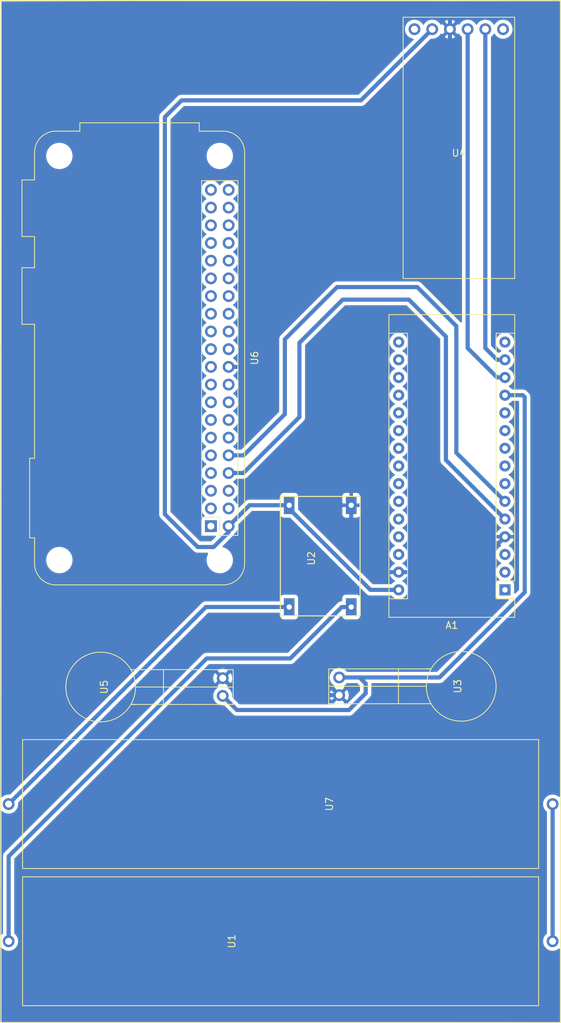
<source format=kicad_pcb>
(kicad_pcb (version 20171130) (host pcbnew "(5.1.0)-1")

  (general
    (thickness 1.6)
    (drawings 4)
    (tracks 83)
    (zones 0)
    (modules 8)
    (nets 71)
  )

  (page A4 portrait)
  (title_block
    (title "Vibrador Arduino por Bluetooth")
    (date 2020-04-06)
    (rev "CARRO, Nahuel ")
    (company "Ojo de Van Gogh")
    (comment 1 "Debe fabricarse en un PCB Flexible")
    (comment 2 "Se utiliza en la muñeca del usuario")
  )

  (layers
    (0 F.Cu signal)
    (31 B.Cu signal)
    (32 B.Adhes user)
    (33 F.Adhes user)
    (34 B.Paste user)
    (35 F.Paste user)
    (36 B.SilkS user)
    (37 F.SilkS user)
    (38 B.Mask user)
    (39 F.Mask user)
    (40 Dwgs.User user)
    (41 Cmts.User user)
    (42 Eco1.User user)
    (43 Eco2.User user)
    (44 Edge.Cuts user)
    (45 Margin user)
    (46 B.CrtYd user)
    (47 F.CrtYd user)
    (48 B.Fab user)
    (49 F.Fab user)
  )

  (setup
    (last_trace_width 0.6)
    (user_trace_width 0.4)
    (user_trace_width 0.6)
    (trace_clearance 0.2)
    (zone_clearance 0.508)
    (zone_45_only no)
    (trace_min 0.2)
    (via_size 0.8)
    (via_drill 0.4)
    (via_min_size 0.4)
    (via_min_drill 0.3)
    (uvia_size 0.3)
    (uvia_drill 0.1)
    (uvias_allowed no)
    (uvia_min_size 0.2)
    (uvia_min_drill 0.1)
    (edge_width 0.1)
    (segment_width 0.2)
    (pcb_text_width 0.3)
    (pcb_text_size 1.5 1.5)
    (mod_edge_width 0.15)
    (mod_text_size 1 1)
    (mod_text_width 0.15)
    (pad_size 1.7 1.7)
    (pad_drill 1)
    (pad_to_mask_clearance 0)
    (aux_axis_origin 0 0)
    (visible_elements 7FFFFFFF)
    (pcbplotparams
      (layerselection 0x00000_fffffffe)
      (usegerberextensions false)
      (usegerberattributes false)
      (usegerberadvancedattributes false)
      (creategerberjobfile false)
      (excludeedgelayer true)
      (linewidth 0.100000)
      (plotframeref false)
      (viasonmask false)
      (mode 1)
      (useauxorigin false)
      (hpglpennumber 1)
      (hpglpenspeed 20)
      (hpglpendiameter 15.000000)
      (psnegative false)
      (psa4output false)
      (plotreference true)
      (plotvalue true)
      (plotinvisibletext false)
      (padsonsilk false)
      (subtractmaskfromsilk false)
      (outputformat 4)
      (mirror false)
      (drillshape 0)
      (scaleselection 1)
      (outputdirectory ""))
  )

  (net 0 "")
  (net 1 D9)
  (net 2 RX)
  (net 3 TX)
  (net 4 "Net-(U4-Pad1)")
  (net 5 "Net-(U4-Pad6)")
  (net 6 "Net-(U6-Pad6)")
  (net 7 "Net-(U6-Pad3)")
  (net 8 "Net-(U6-Pad15)")
  (net 9 "Net-(U6-Pad16)")
  (net 10 "Net-(U6-Pad4)")
  (net 11 "Net-(U6-Pad5)")
  (net 12 "Net-(U6-Pad1)")
  (net 13 "Net-(U6-Pad23)")
  (net 14 "Net-(U6-Pad24)")
  (net 15 "Net-(U6-Pad11)")
  (net 16 "Net-(U6-Pad12)")
  (net 17 "Net-(U6-Pad27)")
  (net 18 "Net-(U6-Pad28)")
  (net 19 "Net-(U6-Pad13)")
  (net 20 "Net-(U6-Pad14)")
  (net 21 "Net-(U6-Pad9)")
  (net 22 "Net-(U6-Pad19)")
  (net 23 "Net-(U6-Pad37)")
  (net 24 "Net-(U6-Pad38)")
  (net 25 "Net-(U6-Pad33)")
  (net 26 "Net-(U6-Pad34)")
  (net 27 "Net-(U6-Pad35)")
  (net 28 "Net-(U6-Pad36)")
  (net 29 "Net-(U6-Pad17)")
  (net 30 "Net-(U6-Pad18)")
  (net 31 "Net-(U6-Pad31)")
  (net 32 "Net-(U6-Pad32)")
  (net 33 "Net-(U6-Pad7)")
  (net 34 "Net-(U6-Pad29)")
  (net 35 "Net-(U6-Pad30)")
  (net 36 "Net-(U6-Pad21)")
  (net 37 "Net-(U6-Pad22)")
  (net 38 "Net-(U6-Pad25)")
  (net 39 "Net-(U6-Pad26)")
  (net 40 "Net-(U6-Pad39)")
  (net 41 "Net-(U6-Pad40)")
  (net 42 "Net-(A1-Pad16)")
  (net 43 "Net-(A1-Pad15)")
  (net 44 "Net-(A1-Pad28)")
  (net 45 "Net-(A1-Pad27)")
  (net 46 "Net-(A1-Pad11)")
  (net 47 "Net-(A1-Pad26)")
  (net 48 "Net-(A1-Pad10)")
  (net 49 "Net-(A1-Pad25)")
  (net 50 "Net-(A1-Pad9)")
  (net 51 "Net-(A1-Pad24)")
  (net 52 "Net-(A1-Pad8)")
  (net 53 "Net-(A1-Pad23)")
  (net 54 "Net-(A1-Pad7)")
  (net 55 "Net-(A1-Pad22)")
  (net 56 "Net-(A1-Pad21)")
  (net 57 "Net-(A1-Pad20)")
  (net 58 "Net-(A1-Pad19)")
  (net 59 "Net-(A1-Pad3)")
  (net 60 "Net-(A1-Pad18)")
  (net 61 "Net-(A1-Pad2)")
  (net 62 "Net-(A1-Pad17)")
  (net 63 "Net-(A1-Pad1)")
  (net 64 IN+)
  (net 65 OUT+)
  (net 66 IN-)
  (net 67 OUT-)
  (net 68 Tx_rasp)
  (net 69 Rx_rasp)
  (net 70 "Net-(U1-Pad1)")

  (net_class Default "Esta es la clase de red por defecto."
    (clearance 0.2)
    (trace_width 0.25)
    (via_dia 0.8)
    (via_drill 0.4)
    (uvia_dia 0.3)
    (uvia_drill 0.1)
    (add_net D9)
    (add_net IN+)
    (add_net IN-)
    (add_net "Net-(A1-Pad1)")
    (add_net "Net-(A1-Pad10)")
    (add_net "Net-(A1-Pad11)")
    (add_net "Net-(A1-Pad15)")
    (add_net "Net-(A1-Pad16)")
    (add_net "Net-(A1-Pad17)")
    (add_net "Net-(A1-Pad18)")
    (add_net "Net-(A1-Pad19)")
    (add_net "Net-(A1-Pad2)")
    (add_net "Net-(A1-Pad20)")
    (add_net "Net-(A1-Pad21)")
    (add_net "Net-(A1-Pad22)")
    (add_net "Net-(A1-Pad23)")
    (add_net "Net-(A1-Pad24)")
    (add_net "Net-(A1-Pad25)")
    (add_net "Net-(A1-Pad26)")
    (add_net "Net-(A1-Pad27)")
    (add_net "Net-(A1-Pad28)")
    (add_net "Net-(A1-Pad3)")
    (add_net "Net-(A1-Pad7)")
    (add_net "Net-(A1-Pad8)")
    (add_net "Net-(A1-Pad9)")
    (add_net "Net-(U1-Pad1)")
    (add_net "Net-(U4-Pad1)")
    (add_net "Net-(U4-Pad6)")
    (add_net "Net-(U6-Pad1)")
    (add_net "Net-(U6-Pad11)")
    (add_net "Net-(U6-Pad12)")
    (add_net "Net-(U6-Pad13)")
    (add_net "Net-(U6-Pad14)")
    (add_net "Net-(U6-Pad15)")
    (add_net "Net-(U6-Pad16)")
    (add_net "Net-(U6-Pad17)")
    (add_net "Net-(U6-Pad18)")
    (add_net "Net-(U6-Pad19)")
    (add_net "Net-(U6-Pad21)")
    (add_net "Net-(U6-Pad22)")
    (add_net "Net-(U6-Pad23)")
    (add_net "Net-(U6-Pad24)")
    (add_net "Net-(U6-Pad25)")
    (add_net "Net-(U6-Pad26)")
    (add_net "Net-(U6-Pad27)")
    (add_net "Net-(U6-Pad28)")
    (add_net "Net-(U6-Pad29)")
    (add_net "Net-(U6-Pad3)")
    (add_net "Net-(U6-Pad30)")
    (add_net "Net-(U6-Pad31)")
    (add_net "Net-(U6-Pad32)")
    (add_net "Net-(U6-Pad33)")
    (add_net "Net-(U6-Pad34)")
    (add_net "Net-(U6-Pad35)")
    (add_net "Net-(U6-Pad36)")
    (add_net "Net-(U6-Pad37)")
    (add_net "Net-(U6-Pad38)")
    (add_net "Net-(U6-Pad39)")
    (add_net "Net-(U6-Pad4)")
    (add_net "Net-(U6-Pad40)")
    (add_net "Net-(U6-Pad5)")
    (add_net "Net-(U6-Pad6)")
    (add_net "Net-(U6-Pad7)")
    (add_net "Net-(U6-Pad9)")
    (add_net OUT+)
    (add_net OUT-)
    (add_net RX)
    (add_net Rx_rasp)
    (add_net TX)
    (add_net Tx_rasp)
  )

  (module VibradorPCB:HC-05 (layer F.Cu) (tedit 5E912887) (tstamp 5E91F6FE)
    (at 121.666 44.069 180)
    (path /5E6EC1C3)
    (fp_text reference U4 (at 0 -20.5) (layer F.SilkS)
      (effects (font (size 1 1) (thickness 0.15)))
    )
    (fp_text value HC-05 (at 0 -21.5) (layer F.Fab)
      (effects (font (size 1 1) (thickness 0.15)))
    )
    (fp_line (start -8 -1) (end 8 -1) (layer F.SilkS) (width 0.12))
    (fp_line (start 8 -1) (end 8 -38.5) (layer F.SilkS) (width 0.12))
    (fp_line (start 8 -38.5) (end -8 -38.5) (layer F.SilkS) (width 0.12))
    (fp_line (start -8 -38.5) (end -8 -1) (layer F.SilkS) (width 0.12))
    (pad 6 thru_hole circle (at -6.33 -2.72 180) (size 1.7 1.7) (drill 1) (layers *.Cu *.Mask)
      (net 5 "Net-(U4-Pad6)"))
    (pad 5 thru_hole circle (at -3.79 -2.72 180) (size 1.7 1.7) (drill 1) (layers *.Cu *.Mask)
      (net 3 TX))
    (pad 4 thru_hole circle (at -1.25 -2.72 180) (size 1.7 1.7) (drill 1) (layers *.Cu *.Mask)
      (net 2 RX))
    (pad 3 thru_hole circle (at 1.29 -2.72 180) (size 1.7 1.7) (drill 1) (layers *.Cu *.Mask)
      (net 67 OUT-))
    (pad 2 thru_hole circle (at 3.83 -2.72 180) (size 1.7 1.7) (drill 1) (layers *.Cu *.Mask)
      (net 65 OUT+))
    (pad 1 thru_hole circle (at 6.37 -2.72 180) (size 1.7 1.7) (drill 1) (layers *.Cu *.Mask)
      (net 4 "Net-(U4-Pad1)"))
  )

  (module Module:Raspberry_Pi_Zero_Socketed_THT_FaceDown_MountingHoles (layer F.Cu) (tedit 5C6350CC) (tstamp 5E91E29F)
    (at 86.106 118.11 180)
    (descr "Raspberry Pi Zero using through hole straight pin socket, 2x20, 2.54mm pitch, https://www.raspberrypi.org/documentation/hardware/raspberrypi/mechanical/rpi_MECH_Zero_1p2.pdf")
    (tags "raspberry pi zero through hole")
    (path /5E9167F3)
    (fp_text reference U6 (at -6.27 24.13 270) (layer F.SilkS)
      (effects (font (size 1 1) (thickness 0.15)))
    )
    (fp_text value PiZeroW (at 10.23 24.13 90) (layer F.Fab)
      (effects (font (size 1 1) (thickness 0.15)))
    )
    (fp_line (start 27.03 41.63) (end 25.23 41.63) (layer F.Fab) (width 0.1))
    (fp_line (start 27.03 49.63) (end 27.03 41.63) (layer F.Fab) (width 0.1))
    (fp_line (start 25.23 49.63) (end 27.03 49.63) (layer F.Fab) (width 0.1))
    (fp_line (start 25.23 -1.62) (end 25.23 -5.37) (layer F.Fab) (width 0.1))
    (fp_line (start 25.93 9.68) (end 25.93 -1.62) (layer F.Fab) (width 0.1))
    (fp_line (start 25.23 9.68) (end 25.93 9.68) (layer F.Fab) (width 0.1))
    (fp_line (start 25.23 -1.62) (end 25.93 -1.62) (layer F.Fab) (width 0.1))
    (fp_line (start 19.23 56.88) (end 25.48 56.88) (layer F.CrtYd) (width 0.05))
    (fp_line (start -5.02 56.88) (end 1.23 56.88) (layer F.CrtYd) (width 0.05))
    (fp_line (start 25.48 50.13) (end 25.48 56.88) (layer F.CrtYd) (width 0.05))
    (fp_line (start 25.48 37.53) (end 25.48 41.13) (layer F.CrtYd) (width 0.05))
    (fp_line (start 25.48 -2.12) (end 25.48 -8.62) (layer F.CrtYd) (width 0.05))
    (fp_line (start -5.02 -8.62) (end 25.48 -8.62) (layer F.CrtYd) (width 0.05))
    (fp_arc (start 22.23 -5.37) (end 22.23 -8.43) (angle 90) (layer F.SilkS) (width 0.12))
    (fp_line (start 25.48 28.53) (end 25.48 10.18) (layer F.CrtYd) (width 0.05))
    (fp_line (start -5.02 56.88) (end -5.02 -8.62) (layer F.CrtYd) (width 0.05))
    (fp_line (start 19.23 58.33) (end 1.23 58.33) (layer F.CrtYd) (width 0.05))
    (fp_line (start 19.23 58.33) (end 19.23 56.88) (layer F.CrtYd) (width 0.05))
    (fp_line (start 1.23 58.33) (end 1.23 56.88) (layer F.CrtYd) (width 0.05))
    (fp_line (start 26.43 -2.12) (end 26.43 10.18) (layer F.CrtYd) (width 0.05))
    (fp_line (start 26.43 -2.12) (end 25.48 -2.12) (layer F.CrtYd) (width 0.05))
    (fp_line (start 26.43 10.18) (end 25.48 10.18) (layer F.CrtYd) (width 0.05))
    (fp_line (start 27.53 28.53) (end 25.48 28.53) (layer F.CrtYd) (width 0.05))
    (fp_line (start 27.53 37.53) (end 27.53 28.53) (layer F.CrtYd) (width 0.05))
    (fp_line (start 27.53 37.53) (end 25.48 37.53) (layer F.CrtYd) (width 0.05))
    (fp_line (start 27.53 50.13) (end 27.53 41.13) (layer F.CrtYd) (width 0.05))
    (fp_line (start 27.53 41.13) (end 25.48 41.13) (layer F.CrtYd) (width 0.05))
    (fp_line (start 27.53 50.13) (end 25.48 50.13) (layer F.CrtYd) (width 0.05))
    (fp_arc (start 22.23 53.63) (end 25.23 53.63) (angle 90) (layer F.Fab) (width 0.1))
    (fp_arc (start -1.77 -5.37) (end -4.83 -5.37) (angle 90) (layer F.SilkS) (width 0.12))
    (fp_arc (start -1.77 53.63) (end -1.77 56.69) (angle 90) (layer F.SilkS) (width 0.12))
    (fp_line (start -4.83 53.63) (end -4.83 -5.37) (layer F.SilkS) (width 0.12))
    (fp_line (start -1.77 -8.43) (end 22.23 -8.43) (layer F.SilkS) (width 0.12))
    (fp_line (start 25.29 53.63) (end 25.29 49.69) (layer F.SilkS) (width 0.12))
    (fp_line (start 18.79 56.69) (end 22.23 56.69) (layer F.SilkS) (width 0.12))
    (fp_arc (start 22.23 53.63) (end 25.29 53.63) (angle 90) (layer F.SilkS) (width 0.12))
    (fp_arc (start 22.23 -5.37) (end 22.23 -8.37) (angle 90) (layer F.Fab) (width 0.1))
    (fp_arc (start -1.77 -5.37) (end -4.77 -5.37) (angle 90) (layer F.Fab) (width 0.1))
    (fp_arc (start -1.77 53.63) (end -1.77 56.63) (angle 90) (layer F.Fab) (width 0.1))
    (fp_line (start 1.27 -0.27) (end 1.27 49.53) (layer F.Fab) (width 0.1))
    (fp_line (start -3.81 -1.27) (end 0.27 -1.27) (layer F.Fab) (width 0.1))
    (fp_line (start 0.27 -1.27) (end 1.27 -0.27) (layer F.Fab) (width 0.1))
    (fp_line (start -3.87 49.59) (end 1.33 49.59) (layer F.SilkS) (width 0.12))
    (fp_line (start 1.33 1.27) (end 1.33 49.59) (layer F.SilkS) (width 0.12))
    (fp_line (start 1.33 -1.33) (end 1.33 0) (layer F.SilkS) (width 0.12))
    (fp_line (start 0 -1.33) (end 1.33 -1.33) (layer F.SilkS) (width 0.12))
    (fp_line (start -1.27 1.27) (end 1.33 1.27) (layer F.SilkS) (width 0.12))
    (fp_line (start -1.27 -1.33) (end -1.27 1.27) (layer F.SilkS) (width 0.12))
    (fp_line (start 1.76 50) (end -4.34 50) (layer F.CrtYd) (width 0.05))
    (fp_line (start -4.34 50) (end -4.34 -1.8) (layer F.CrtYd) (width 0.05))
    (fp_line (start -4.34 -1.8) (end 1.76 -1.8) (layer F.CrtYd) (width 0.05))
    (fp_line (start 1.76 -1.8) (end 1.76 50) (layer F.CrtYd) (width 0.05))
    (fp_line (start -3.87 -1.33) (end -1.27 -1.33) (layer F.SilkS) (width 0.12))
    (fp_line (start -3.87 -1.33) (end -3.87 49.59) (layer F.SilkS) (width 0.12))
    (fp_line (start 1.27 49.53) (end -3.81 49.53) (layer F.Fab) (width 0.1))
    (fp_line (start -3.81 49.53) (end -3.81 -1.27) (layer F.Fab) (width 0.1))
    (fp_text user %R (at -1.27 24.13 270) (layer F.Fab)
      (effects (font (size 1 1) (thickness 0.15)))
    )
    (fp_line (start -1.77 56.63) (end 1.73 56.63) (layer F.Fab) (width 0.1))
    (fp_line (start -1.77 -8.37) (end 22.23 -8.37) (layer F.Fab) (width 0.1))
    (fp_line (start -4.77 53.63) (end -4.77 -5.37) (layer F.Fab) (width 0.1))
    (fp_line (start 27.03 29.03) (end 25.23 29.03) (layer F.Fab) (width 0.1))
    (fp_line (start 25.23 37.03) (end 27.03 37.03) (layer F.Fab) (width 0.1))
    (fp_line (start 27.03 37.03) (end 27.03 29.03) (layer F.Fab) (width 0.1))
    (fp_line (start 25.23 49.63) (end 25.23 53.63) (layer F.Fab) (width 0.1))
    (fp_line (start 25.23 41.63) (end 25.23 37.03) (layer F.Fab) (width 0.1))
    (fp_line (start 25.23 29.03) (end 25.23 9.68) (layer F.Fab) (width 0.1))
    (fp_line (start 1.73 56.63) (end 1.73 57.83) (layer F.Fab) (width 0.1))
    (fp_line (start 1.73 57.83) (end 18.73 57.83) (layer F.Fab) (width 0.1))
    (fp_line (start 18.73 56.63) (end 18.73 57.83) (layer F.Fab) (width 0.1))
    (fp_line (start 22.23 56.63) (end 18.73 56.63) (layer F.Fab) (width 0.1))
    (fp_line (start 1.67 56.69) (end 1.67 57.89) (layer F.SilkS) (width 0.12))
    (fp_line (start 1.67 57.89) (end 18.79 57.89) (layer F.SilkS) (width 0.12))
    (fp_line (start 18.79 57.89) (end 18.79 56.69) (layer F.SilkS) (width 0.12))
    (fp_line (start 1.67 56.69) (end -1.77 56.69) (layer F.SilkS) (width 0.12))
    (fp_line (start 25.29 49.69) (end 27.09 49.69) (layer F.SilkS) (width 0.12))
    (fp_line (start 27.09 49.69) (end 27.09 41.57) (layer F.SilkS) (width 0.12))
    (fp_line (start 27.09 41.57) (end 25.29 41.57) (layer F.SilkS) (width 0.12))
    (fp_line (start 25.29 37.09) (end 27.09 37.09) (layer F.SilkS) (width 0.12))
    (fp_line (start 27.09 28.97) (end 25.29 28.97) (layer F.SilkS) (width 0.12))
    (fp_line (start 27.09 37.09) (end 27.09 28.97) (layer F.SilkS) (width 0.12))
    (fp_line (start 25.29 41.57) (end 25.29 37.09) (layer F.SilkS) (width 0.12))
    (fp_line (start 25.29 28.97) (end 25.29 9.74) (layer F.SilkS) (width 0.12))
    (fp_line (start 25.29 9.74) (end 25.99 9.74) (layer F.SilkS) (width 0.12))
    (fp_line (start 25.99 9.74) (end 25.99 -1.68) (layer F.SilkS) (width 0.12))
    (fp_line (start 25.99 -1.68) (end 25.29 -1.68) (layer F.SilkS) (width 0.12))
    (fp_line (start 25.29 -1.68) (end 25.29 -5.37) (layer F.SilkS) (width 0.12))
    (pad 6 thru_hole oval (at -2.54 5.08 180) (size 1.7 1.7) (drill 1) (layers *.Cu *.Mask)
      (net 6 "Net-(U6-Pad6)"))
    (pad 3 thru_hole oval (at 0 2.54 180) (size 1.7 1.7) (drill 1) (layers *.Cu *.Mask)
      (net 7 "Net-(U6-Pad3)"))
    (pad 15 thru_hole oval (at 0 17.78 180) (size 1.7 1.7) (drill 1) (layers *.Cu *.Mask)
      (net 8 "Net-(U6-Pad15)"))
    (pad 16 thru_hole oval (at -2.54 17.78 180) (size 1.7 1.7) (drill 1) (layers *.Cu *.Mask)
      (net 9 "Net-(U6-Pad16)"))
    (pad 4 thru_hole oval (at -2.54 2.54 180) (size 1.7 1.7) (drill 1) (layers *.Cu *.Mask)
      (net 10 "Net-(U6-Pad4)"))
    (pad 5 thru_hole oval (at 0 5.08 180) (size 1.7 1.7) (drill 1) (layers *.Cu *.Mask)
      (net 11 "Net-(U6-Pad5)"))
    (pad 2 thru_hole oval (at -2.54 0 180) (size 1.7 1.7) (drill 1) (layers *.Cu *.Mask)
      (net 65 OUT+))
    (pad 1 thru_hole rect (at 0 0 180) (size 1.7 1.7) (drill 1) (layers *.Cu *.Mask)
      (net 12 "Net-(U6-Pad1)"))
    (pad 23 thru_hole oval (at 0 27.94 180) (size 1.7 1.7) (drill 1) (layers *.Cu *.Mask)
      (net 13 "Net-(U6-Pad23)"))
    (pad 24 thru_hole oval (at -2.54 27.94 180) (size 1.7 1.7) (drill 1) (layers *.Cu *.Mask)
      (net 14 "Net-(U6-Pad24)"))
    (pad 11 thru_hole oval (at 0 12.7 180) (size 1.7 1.7) (drill 1) (layers *.Cu *.Mask)
      (net 15 "Net-(U6-Pad11)"))
    (pad 12 thru_hole oval (at -2.54 12.7 180) (size 1.7 1.7) (drill 1) (layers *.Cu *.Mask)
      (net 16 "Net-(U6-Pad12)"))
    (pad 27 thru_hole oval (at 0 33.02 180) (size 1.7 1.7) (drill 1) (layers *.Cu *.Mask)
      (net 17 "Net-(U6-Pad27)"))
    (pad 28 thru_hole oval (at -2.54 33.02 180) (size 1.7 1.7) (drill 1) (layers *.Cu *.Mask)
      (net 18 "Net-(U6-Pad28)"))
    (pad 13 thru_hole oval (at 0 15.24 180) (size 1.7 1.7) (drill 1) (layers *.Cu *.Mask)
      (net 19 "Net-(U6-Pad13)"))
    (pad 14 thru_hole oval (at -2.54 15.24 180) (size 1.7 1.7) (drill 1) (layers *.Cu *.Mask)
      (net 20 "Net-(U6-Pad14)"))
    (pad 9 thru_hole oval (at 0 10.16 180) (size 1.7 1.7) (drill 1) (layers *.Cu *.Mask)
      (net 21 "Net-(U6-Pad9)"))
    (pad 10 thru_hole oval (at -2.54 10.16 180) (size 1.7 1.7) (drill 1) (layers *.Cu *.Mask)
      (net 69 Rx_rasp))
    (pad 19 thru_hole oval (at 0 22.86 180) (size 1.7 1.7) (drill 1) (layers *.Cu *.Mask)
      (net 22 "Net-(U6-Pad19)"))
    (pad 20 thru_hole oval (at -2.54 22.86 180) (size 1.7 1.7) (drill 1) (layers *.Cu *.Mask)
      (net 67 OUT-))
    (pad 37 thru_hole oval (at 0 45.72 180) (size 1.7 1.7) (drill 1) (layers *.Cu *.Mask)
      (net 23 "Net-(U6-Pad37)"))
    (pad 38 thru_hole oval (at -2.54 45.72 180) (size 1.7 1.7) (drill 1) (layers *.Cu *.Mask)
      (net 24 "Net-(U6-Pad38)"))
    (pad 33 thru_hole oval (at 0 40.64 180) (size 1.7 1.7) (drill 1) (layers *.Cu *.Mask)
      (net 25 "Net-(U6-Pad33)"))
    (pad 34 thru_hole oval (at -2.54 40.64 180) (size 1.7 1.7) (drill 1) (layers *.Cu *.Mask)
      (net 26 "Net-(U6-Pad34)"))
    (pad 35 thru_hole oval (at 0 43.18 180) (size 1.7 1.7) (drill 1) (layers *.Cu *.Mask)
      (net 27 "Net-(U6-Pad35)"))
    (pad 36 thru_hole oval (at -2.54 43.18 180) (size 1.7 1.7) (drill 1) (layers *.Cu *.Mask)
      (net 28 "Net-(U6-Pad36)"))
    (pad 17 thru_hole oval (at 0 20.32 180) (size 1.7 1.7) (drill 1) (layers *.Cu *.Mask)
      (net 29 "Net-(U6-Pad17)"))
    (pad 18 thru_hole oval (at -2.54 20.32 180) (size 1.7 1.7) (drill 1) (layers *.Cu *.Mask)
      (net 30 "Net-(U6-Pad18)"))
    (pad 31 thru_hole oval (at 0 38.1 180) (size 1.7 1.7) (drill 1) (layers *.Cu *.Mask)
      (net 31 "Net-(U6-Pad31)"))
    (pad 32 thru_hole oval (at -2.54 38.1 180) (size 1.7 1.7) (drill 1) (layers *.Cu *.Mask)
      (net 32 "Net-(U6-Pad32)"))
    (pad 7 thru_hole oval (at 0 7.62 180) (size 1.7 1.7) (drill 1) (layers *.Cu *.Mask)
      (net 33 "Net-(U6-Pad7)"))
    (pad 8 thru_hole oval (at -2.54 7.62 180) (size 1.7 1.7) (drill 1) (layers *.Cu *.Mask)
      (net 68 Tx_rasp))
    (pad 29 thru_hole oval (at 0 35.56 180) (size 1.7 1.7) (drill 1) (layers *.Cu *.Mask)
      (net 34 "Net-(U6-Pad29)"))
    (pad 30 thru_hole oval (at -2.54 35.56 180) (size 1.7 1.7) (drill 1) (layers *.Cu *.Mask)
      (net 35 "Net-(U6-Pad30)"))
    (pad 21 thru_hole oval (at 0 25.4 180) (size 1.7 1.7) (drill 1) (layers *.Cu *.Mask)
      (net 36 "Net-(U6-Pad21)"))
    (pad 22 thru_hole oval (at -2.54 25.4 180) (size 1.7 1.7) (drill 1) (layers *.Cu *.Mask)
      (net 37 "Net-(U6-Pad22)"))
    (pad 25 thru_hole oval (at 0 30.48 180) (size 1.7 1.7) (drill 1) (layers *.Cu *.Mask)
      (net 38 "Net-(U6-Pad25)"))
    (pad 26 thru_hole oval (at -2.54 30.48 180) (size 1.7 1.7) (drill 1) (layers *.Cu *.Mask)
      (net 39 "Net-(U6-Pad26)"))
    (pad 39 thru_hole oval (at 0 48.26 180) (size 1.7 1.7) (drill 1) (layers *.Cu *.Mask)
      (net 40 "Net-(U6-Pad39)"))
    (pad 40 thru_hole oval (at -2.54 48.26 180) (size 1.7 1.7) (drill 1) (layers *.Cu *.Mask)
      (net 41 "Net-(U6-Pad40)"))
    (pad "" np_thru_hole circle (at -1.27 -4.87 270) (size 2.75 2.75) (drill 2.75) (layers *.Cu *.Mask)
      (solder_mask_margin 1.625))
    (pad "" np_thru_hole circle (at 21.73 53.13 270) (size 2.75 2.75) (drill 2.75) (layers *.Cu *.Mask)
      (solder_mask_margin 1.625))
    (pad "" np_thru_hole circle (at 21.73 -4.87 270) (size 2.75 2.75) (drill 2.75) (layers *.Cu *.Mask)
      (solder_mask_margin 1.625))
    (pad "" np_thru_hole circle (at -1.27 53.13 270) (size 2.75 2.75) (drill 2.75) (layers *.Cu *.Mask)
      (solder_mask_margin 1.625))
    (model ${KISYS3DMOD}/Module.3dshapes/Raspberry_Pi_Zero_Socketed_THT_FaceDown_MountingHoles.wrl
      (at (xyz 0 0 0))
      (scale (xyz 1 1 1))
      (rotate (xyz 0 0 0))
    )
  )

  (module Module:Arduino_Nano (layer F.Cu) (tedit 58ACAF70) (tstamp 5E94A2D6)
    (at 128.27 127.254 180)
    (descr "Arduino Nano, http://www.mouser.com/pdfdocs/Gravitech_Arduino_Nano3_0.pdf")
    (tags "Arduino Nano")
    (path /5E91EE2F)
    (fp_text reference A1 (at 7.62 -5.08) (layer F.SilkS)
      (effects (font (size 1 1) (thickness 0.15)))
    )
    (fp_text value Arduino_Nano_v3.x (at 8.89 19.05 270) (layer F.Fab)
      (effects (font (size 1 1) (thickness 0.15)))
    )
    (fp_line (start 16.75 42.16) (end -1.53 42.16) (layer F.CrtYd) (width 0.05))
    (fp_line (start 16.75 42.16) (end 16.75 -4.06) (layer F.CrtYd) (width 0.05))
    (fp_line (start -1.53 -4.06) (end -1.53 42.16) (layer F.CrtYd) (width 0.05))
    (fp_line (start -1.53 -4.06) (end 16.75 -4.06) (layer F.CrtYd) (width 0.05))
    (fp_line (start 16.51 -3.81) (end 16.51 39.37) (layer F.Fab) (width 0.1))
    (fp_line (start 0 -3.81) (end 16.51 -3.81) (layer F.Fab) (width 0.1))
    (fp_line (start -1.27 -2.54) (end 0 -3.81) (layer F.Fab) (width 0.1))
    (fp_line (start -1.27 39.37) (end -1.27 -2.54) (layer F.Fab) (width 0.1))
    (fp_line (start 16.51 39.37) (end -1.27 39.37) (layer F.Fab) (width 0.1))
    (fp_line (start 16.64 -3.94) (end -1.4 -3.94) (layer F.SilkS) (width 0.12))
    (fp_line (start 16.64 39.5) (end 16.64 -3.94) (layer F.SilkS) (width 0.12))
    (fp_line (start -1.4 39.5) (end 16.64 39.5) (layer F.SilkS) (width 0.12))
    (fp_line (start 3.81 41.91) (end 3.81 31.75) (layer F.Fab) (width 0.1))
    (fp_line (start 11.43 41.91) (end 3.81 41.91) (layer F.Fab) (width 0.1))
    (fp_line (start 11.43 31.75) (end 11.43 41.91) (layer F.Fab) (width 0.1))
    (fp_line (start 3.81 31.75) (end 11.43 31.75) (layer F.Fab) (width 0.1))
    (fp_line (start 1.27 36.83) (end -1.4 36.83) (layer F.SilkS) (width 0.12))
    (fp_line (start 1.27 1.27) (end 1.27 36.83) (layer F.SilkS) (width 0.12))
    (fp_line (start 1.27 1.27) (end -1.4 1.27) (layer F.SilkS) (width 0.12))
    (fp_line (start 13.97 36.83) (end 16.64 36.83) (layer F.SilkS) (width 0.12))
    (fp_line (start 13.97 -1.27) (end 13.97 36.83) (layer F.SilkS) (width 0.12))
    (fp_line (start 13.97 -1.27) (end 16.64 -1.27) (layer F.SilkS) (width 0.12))
    (fp_line (start -1.4 -3.94) (end -1.4 -1.27) (layer F.SilkS) (width 0.12))
    (fp_line (start -1.4 1.27) (end -1.4 39.5) (layer F.SilkS) (width 0.12))
    (fp_line (start 1.27 -1.27) (end -1.4 -1.27) (layer F.SilkS) (width 0.12))
    (fp_line (start 1.27 1.27) (end 1.27 -1.27) (layer F.SilkS) (width 0.12))
    (fp_text user %R (at 6.35 19.05 270) (layer F.Fab)
      (effects (font (size 1 1) (thickness 0.15)))
    )
    (pad 16 thru_hole oval (at 15.24 35.56 180) (size 1.6 1.6) (drill 0.8) (layers *.Cu *.Mask)
      (net 42 "Net-(A1-Pad16)"))
    (pad 15 thru_hole oval (at 0 35.56 180) (size 1.6 1.6) (drill 0.8) (layers *.Cu *.Mask)
      (net 43 "Net-(A1-Pad15)"))
    (pad 30 thru_hole oval (at 15.24 0 180) (size 1.6 1.6) (drill 0.8) (layers *.Cu *.Mask)
      (net 65 OUT+))
    (pad 14 thru_hole oval (at 0 33.02 180) (size 1.6 1.6) (drill 0.8) (layers *.Cu *.Mask)
      (net 3 TX))
    (pad 29 thru_hole oval (at 15.24 2.54 180) (size 1.6 1.6) (drill 0.8) (layers *.Cu *.Mask)
      (net 67 OUT-))
    (pad 13 thru_hole oval (at 0 30.48 180) (size 1.6 1.6) (drill 0.8) (layers *.Cu *.Mask)
      (net 2 RX))
    (pad 28 thru_hole oval (at 15.24 5.08 180) (size 1.6 1.6) (drill 0.8) (layers *.Cu *.Mask)
      (net 44 "Net-(A1-Pad28)"))
    (pad 12 thru_hole oval (at 0 27.94 180) (size 1.6 1.6) (drill 0.8) (layers *.Cu *.Mask)
      (net 1 D9))
    (pad 27 thru_hole oval (at 15.24 7.62 180) (size 1.6 1.6) (drill 0.8) (layers *.Cu *.Mask)
      (net 45 "Net-(A1-Pad27)"))
    (pad 11 thru_hole oval (at 0 25.4 180) (size 1.6 1.6) (drill 0.8) (layers *.Cu *.Mask)
      (net 46 "Net-(A1-Pad11)"))
    (pad 26 thru_hole oval (at 15.24 10.16 180) (size 1.6 1.6) (drill 0.8) (layers *.Cu *.Mask)
      (net 47 "Net-(A1-Pad26)"))
    (pad 10 thru_hole oval (at 0 22.86 180) (size 1.6 1.6) (drill 0.8) (layers *.Cu *.Mask)
      (net 48 "Net-(A1-Pad10)"))
    (pad 25 thru_hole oval (at 15.24 12.7 180) (size 1.6 1.6) (drill 0.8) (layers *.Cu *.Mask)
      (net 49 "Net-(A1-Pad25)"))
    (pad 9 thru_hole oval (at 0 20.32 180) (size 1.6 1.6) (drill 0.8) (layers *.Cu *.Mask)
      (net 50 "Net-(A1-Pad9)"))
    (pad 24 thru_hole oval (at 15.24 15.24 180) (size 1.6 1.6) (drill 0.8) (layers *.Cu *.Mask)
      (net 51 "Net-(A1-Pad24)"))
    (pad 8 thru_hole oval (at 0 17.78 180) (size 1.6 1.6) (drill 0.8) (layers *.Cu *.Mask)
      (net 52 "Net-(A1-Pad8)"))
    (pad 23 thru_hole oval (at 15.24 17.78 180) (size 1.6 1.6) (drill 0.8) (layers *.Cu *.Mask)
      (net 53 "Net-(A1-Pad23)"))
    (pad 7 thru_hole oval (at 0 15.24 180) (size 1.6 1.6) (drill 0.8) (layers *.Cu *.Mask)
      (net 54 "Net-(A1-Pad7)"))
    (pad 22 thru_hole oval (at 15.24 20.32 180) (size 1.6 1.6) (drill 0.8) (layers *.Cu *.Mask)
      (net 55 "Net-(A1-Pad22)"))
    (pad 6 thru_hole oval (at 0 12.7 180) (size 1.6 1.6) (drill 0.8) (layers *.Cu *.Mask)
      (net 69 Rx_rasp))
    (pad 21 thru_hole oval (at 15.24 22.86 180) (size 1.6 1.6) (drill 0.8) (layers *.Cu *.Mask)
      (net 56 "Net-(A1-Pad21)"))
    (pad 5 thru_hole oval (at 0 10.16 180) (size 1.6 1.6) (drill 0.8) (layers *.Cu *.Mask)
      (net 68 Tx_rasp))
    (pad 20 thru_hole oval (at 15.24 25.4 180) (size 1.6 1.6) (drill 0.8) (layers *.Cu *.Mask)
      (net 57 "Net-(A1-Pad20)"))
    (pad 4 thru_hole oval (at 0 7.62 180) (size 1.6 1.6) (drill 0.8) (layers *.Cu *.Mask)
      (net 67 OUT-))
    (pad 19 thru_hole oval (at 15.24 27.94 180) (size 1.6 1.6) (drill 0.8) (layers *.Cu *.Mask)
      (net 58 "Net-(A1-Pad19)"))
    (pad 3 thru_hole oval (at 0 5.08 180) (size 1.6 1.6) (drill 0.8) (layers *.Cu *.Mask)
      (net 59 "Net-(A1-Pad3)"))
    (pad 18 thru_hole oval (at 15.24 30.48 180) (size 1.6 1.6) (drill 0.8) (layers *.Cu *.Mask)
      (net 60 "Net-(A1-Pad18)"))
    (pad 2 thru_hole oval (at 0 2.54 180) (size 1.6 1.6) (drill 0.8) (layers *.Cu *.Mask)
      (net 61 "Net-(A1-Pad2)"))
    (pad 17 thru_hole oval (at 15.24 33.02 180) (size 1.6 1.6) (drill 0.8) (layers *.Cu *.Mask)
      (net 62 "Net-(A1-Pad17)"))
    (pad 1 thru_hole rect (at 0 0 180) (size 1.6 1.6) (drill 0.8) (layers *.Cu *.Mask)
      (net 63 "Net-(A1-Pad1)"))
    (model ${KISYS3DMOD}/Module.3dshapes/Arduino_Nano_WithMountingHoles.wrl
      (at (xyz 0 0 0))
      (scale (xyz 1 1 1))
      (rotate (xyz 0 0 0))
    )
  )

  (module VibradorPCB:Vibrador (layer F.Cu) (tedit 5E913C69) (tstamp 5E94A72C)
    (at 122 141.097 270)
    (path /5E6F1D29)
    (fp_text reference U3 (at 0 0.5 90) (layer F.SilkS)
      (effects (font (size 1 1) (thickness 0.15)))
    )
    (fp_text value Buzzer (at 0 -0.5 90) (layer F.Fab)
      (effects (font (size 1 1) (thickness 0.15)))
    )
    (fp_circle (center 0 0) (end 5 0) (layer F.SilkS) (width 0.12))
    (fp_line (start -2.5 5) (end -2.5 7.5) (layer F.SilkS) (width 0.12))
    (fp_line (start 0 7.5) (end 0 5) (layer F.SilkS) (width 0.12))
    (fp_line (start -2.5 4.5) (end -2.5 5) (layer F.SilkS) (width 0.12))
    (fp_line (start -2.5 5) (end -2.5 4.5) (layer F.SilkS) (width 0.12))
    (fp_line (start -2.5 4.5) (end -2.5 4.35) (layer F.SilkS) (width 0.12))
    (fp_line (start 0 7.5) (end 0 9) (layer F.SilkS) (width 0.12))
    (fp_line (start 0 9) (end -2.5 9) (layer F.SilkS) (width 0.12))
    (fp_line (start -2.5 9) (end -2.5 7.5) (layer F.SilkS) (width 0.12))
    (fp_line (start 0 9) (end 2.5 9) (layer F.SilkS) (width 0.12))
    (fp_line (start 2.5 9) (end 2.5 4.5) (layer F.SilkS) (width 0.12))
    (fp_line (start 2.5 4.47) (end 2.5 4.33) (layer F.SilkS) (width 0.12))
    (fp_line (start 0 9) (end 0 19) (layer F.SilkS) (width 0.12))
    (fp_line (start 0 19) (end -2.5 19) (layer F.SilkS) (width 0.12))
    (fp_line (start -2.5 19) (end -2.5 14) (layer F.SilkS) (width 0.12))
    (fp_line (start -2.5 9) (end -2.5 14) (layer F.SilkS) (width 0.12))
    (fp_line (start 0 19) (end 2.5 19) (layer F.SilkS) (width 0.12))
    (fp_line (start 2.5 19) (end 2.5 9) (layer F.SilkS) (width 0.12))
    (pad 1 thru_hole circle (at -1.27 17.5 270) (size 1.7 1.7) (drill 1) (layers *.Cu *.Mask)
      (net 1 D9))
    (pad 2 thru_hole circle (at 1.27 17.5 270) (size 1.7 1.7) (drill 1) (layers *.Cu *.Mask)
      (net 67 OUT-))
  )

  (module VibradorPCB:Vibrador (layer F.Cu) (tedit 5E913C69) (tstamp 5E963AEA)
    (at 70.3 141.2 90)
    (path /5E8A4DBD)
    (fp_text reference U5 (at 0 0.5 -90) (layer F.SilkS)
      (effects (font (size 1 1) (thickness 0.15)))
    )
    (fp_text value Buzzer (at 0 -0.5 -90) (layer F.Fab)
      (effects (font (size 1 1) (thickness 0.15)))
    )
    (fp_line (start 2.5 19) (end 2.5 9) (layer F.SilkS) (width 0.12))
    (fp_line (start 0 19) (end 2.5 19) (layer F.SilkS) (width 0.12))
    (fp_line (start -2.5 9) (end -2.5 14) (layer F.SilkS) (width 0.12))
    (fp_line (start -2.5 19) (end -2.5 14) (layer F.SilkS) (width 0.12))
    (fp_line (start 0 19) (end -2.5 19) (layer F.SilkS) (width 0.12))
    (fp_line (start 0 9) (end 0 19) (layer F.SilkS) (width 0.12))
    (fp_line (start 2.5 4.47) (end 2.5 4.33) (layer F.SilkS) (width 0.12))
    (fp_line (start 2.5 9) (end 2.5 4.5) (layer F.SilkS) (width 0.12))
    (fp_line (start 0 9) (end 2.5 9) (layer F.SilkS) (width 0.12))
    (fp_line (start -2.5 9) (end -2.5 7.5) (layer F.SilkS) (width 0.12))
    (fp_line (start 0 9) (end -2.5 9) (layer F.SilkS) (width 0.12))
    (fp_line (start 0 7.5) (end 0 9) (layer F.SilkS) (width 0.12))
    (fp_line (start -2.5 4.5) (end -2.5 4.35) (layer F.SilkS) (width 0.12))
    (fp_line (start -2.5 5) (end -2.5 4.5) (layer F.SilkS) (width 0.12))
    (fp_line (start -2.5 4.5) (end -2.5 5) (layer F.SilkS) (width 0.12))
    (fp_line (start 0 7.5) (end 0 5) (layer F.SilkS) (width 0.12))
    (fp_line (start -2.5 5) (end -2.5 7.5) (layer F.SilkS) (width 0.12))
    (fp_circle (center 0 0) (end 5 0) (layer F.SilkS) (width 0.12))
    (pad 2 thru_hole circle (at 1.27 17.5 90) (size 1.7 1.7) (drill 1) (layers *.Cu *.Mask)
      (net 67 OUT-))
    (pad 1 thru_hole circle (at -1.27 17.5 90) (size 1.7 1.7) (drill 1) (layers *.Cu *.Mask)
      (net 1 D9))
  )

  (module VibradorPCB:StepDown (layer F.Cu) (tedit 5E94A8B9) (tstamp 5E94ABDF)
    (at 96.0628 122.7328 90)
    (path /5E9524F1)
    (fp_text reference U2 (at 0 4.445 90) (layer F.SilkS)
      (effects (font (size 1 1) (thickness 0.15)))
    )
    (fp_text value StepDown (at 0 6.35 90) (layer F.Fab)
      (effects (font (size 1 1) (thickness 0.15)))
    )
    (fp_line (start 0 0) (end 8.89 0) (layer F.SilkS) (width 0.15))
    (fp_line (start 8.89 0) (end 8.89 11.43) (layer F.SilkS) (width 0.15))
    (fp_line (start 8.89 11.43) (end -8.255 11.43) (layer F.SilkS) (width 0.15))
    (fp_line (start -8.255 11.43) (end -8.255 0) (layer F.SilkS) (width 0.15))
    (fp_line (start -8.255 0) (end 0 0) (layer F.SilkS) (width 0.15))
    (pad 1 thru_hole rect (at -6.985 1.27 90) (size 2.524 1.524) (drill 0.762) (layers *.Cu *.Mask)
      (net 64 IN+))
    (pad 2 thru_hole rect (at 7.62 1.27 90) (size 2.524 1.524) (drill 0.762) (layers *.Cu *.Mask)
      (net 65 OUT+))
    (pad 3 thru_hole rect (at -6.985 10.16 90) (size 2.524 1.524) (drill 0.762) (layers *.Cu *.Mask)
      (net 66 IN-))
    (pad 4 thru_hole rect (at 7.62 10.16 90) (size 2.524 1.524) (drill 0.762) (layers *.Cu *.Mask)
      (net 67 OUT-))
  )

  (module "VibradorPCB:Pila de Litio" (layer F.Cu) (tedit 5E95E7DF) (tstamp 5E9638F6)
    (at 57.1 177.689999 270)
    (path /5E6ECDF3)
    (fp_text reference U1 (at 0 -32 270) (layer F.SilkS)
      (effects (font (size 1 1) (thickness 0.15)))
    )
    (fp_text value Pila3,7V (at 0 -29 270) (layer F.Fab)
      (effects (font (size 1 1) (thickness 0.15)))
    )
    (fp_line (start -9.25 -2) (end 9.25 -2) (layer F.SilkS) (width 0.12))
    (fp_line (start 9.25 -2) (end 9.25 -67) (layer F.SilkS) (width 0.12))
    (fp_line (start -9.25 -67) (end -9.25 -2) (layer F.SilkS) (width 0.12))
    (fp_line (start -9.25 -67) (end -9.25 -76) (layer F.SilkS) (width 0.12))
    (fp_line (start -9.25 -76) (end 9.25 -76) (layer F.SilkS) (width 0.12))
    (fp_line (start 9.25 -76) (end 9.25 -67) (layer F.SilkS) (width 0.12))
    (pad 1 thru_hole circle (at 0 -78 270) (size 1.7 1.7) (drill 1) (layers *.Cu *.Mask)
      (net 70 "Net-(U1-Pad1)"))
    (pad 2 thru_hole circle (at 0 0 270) (size 1.7 1.7) (drill 1) (layers *.Cu *.Mask)
      (net 66 IN-))
  )

  (module "VibradorPCB:Pila de Litio" (layer F.Cu) (tedit 5E95E7DF) (tstamp 5E963885)
    (at 135.1 158 90)
    (path /5E94B3CF)
    (fp_text reference U7 (at 0 -32 90) (layer F.SilkS)
      (effects (font (size 1 1) (thickness 0.15)))
    )
    (fp_text value Pila3,7V-Modulos-VIbrador-rescue (at 0 -29 90) (layer F.Fab)
      (effects (font (size 1 1) (thickness 0.15)))
    )
    (fp_line (start 9.25 -76) (end 9.25 -67) (layer F.SilkS) (width 0.12))
    (fp_line (start -9.25 -76) (end 9.25 -76) (layer F.SilkS) (width 0.12))
    (fp_line (start -9.25 -67) (end -9.25 -76) (layer F.SilkS) (width 0.12))
    (fp_line (start -9.25 -67) (end -9.25 -2) (layer F.SilkS) (width 0.12))
    (fp_line (start 9.25 -2) (end 9.25 -67) (layer F.SilkS) (width 0.12))
    (fp_line (start -9.25 -2) (end 9.25 -2) (layer F.SilkS) (width 0.12))
    (pad 2 thru_hole circle (at 0 0 90) (size 1.7 1.7) (drill 1) (layers *.Cu *.Mask)
      (net 70 "Net-(U1-Pad1)"))
    (pad 1 thru_hole circle (at 0 -78 90) (size 1.7 1.7) (drill 1) (layers *.Cu *.Mask)
      (net 64 IN+))
  )

  (gr_line (start 56 42.672) (end 136.25 42.7) (layer F.SilkS) (width 0.15))
  (gr_line (start 56 189.357) (end 56 42.672) (layer F.SilkS) (width 0.15))
  (gr_line (start 136.25 189.357) (end 136.25 42.7) (layer F.SilkS) (width 0.15) (tstamp 5E963705))
  (gr_line (start 56 189.357) (end 136.25 189.357) (layer F.SilkS) (width 0.15))

  (segment (start 107.427 139.827) (end 104.5 139.827) (width 0.6) (layer B.Cu) (net 1))
  (segment (start 108.3 140.7) (end 107.427 139.827) (width 0.6) (layer B.Cu) (net 1))
  (segment (start 108.3 142.1) (end 108.3 140.7) (width 0.6) (layer B.Cu) (net 1))
  (segment (start 105.9 144.5) (end 108.3 142.1) (width 0.6) (layer B.Cu) (net 1))
  (segment (start 87.8 142.47) (end 89.83 144.5) (width 0.6) (layer B.Cu) (net 1))
  (segment (start 89.83 144.5) (end 105.9 144.5) (width 0.6) (layer B.Cu) (net 1))
  (segment (start 118.873 139.827) (end 107.427 139.827) (width 0.6) (layer B.Cu) (net 1))
  (segment (start 131.1 127.6) (end 118.873 139.827) (width 0.6) (layer B.Cu) (net 1))
  (segment (start 131.1 99.6) (end 131.1 127.6) (width 0.6) (layer B.Cu) (net 1))
  (segment (start 128.27 99.314) (end 130.814 99.314) (width 0.6) (layer B.Cu) (net 1))
  (segment (start 130.814 99.314) (end 131.1 99.6) (width 0.6) (layer B.Cu) (net 1))
  (segment (start 122.916 47.991081) (end 122.916 46.789) (width 0.6) (layer B.Cu) (net 2))
  (segment (start 122.916 92.55137) (end 122.916 47.991081) (width 0.6) (layer B.Cu) (net 2))
  (segment (start 127.13863 96.774) (end 122.916 92.55137) (width 0.6) (layer B.Cu) (net 2))
  (segment (start 128.27 96.774) (end 127.13863 96.774) (width 0.6) (layer B.Cu) (net 2))
  (segment (start 125.456 47.991081) (end 125.456 46.789) (width 0.6) (layer B.Cu) (net 3))
  (segment (start 125.456 92.55137) (end 125.456 47.991081) (width 0.6) (layer B.Cu) (net 3))
  (segment (start 127.13863 94.234) (end 125.456 92.55137) (width 0.6) (layer B.Cu) (net 3))
  (segment (start 128.27 94.234) (end 127.13863 94.234) (width 0.6) (layer B.Cu) (net 3))
  (segment (start 59.4 155.7) (end 57.1 158) (width 0.6) (layer B.Cu) (net 64))
  (segment (start 97.3328 129.7178) (end 85.3822 129.7178) (width 0.6) (layer B.Cu) (net 64))
  (segment (start 85.3822 129.7178) (end 59.4 155.7) (width 0.6) (layer B.Cu) (net 64))
  (segment (start 95.9708 115.1128) (end 97.3328 115.1128) (width 0.6) (layer B.Cu) (net 65))
  (segment (start 91.6432 115.1128) (end 95.9708 115.1128) (width 0.6) (layer B.Cu) (net 65))
  (segment (start 88.646 118.11) (end 91.6432 115.1128) (width 0.6) (layer B.Cu) (net 65))
  (segment (start 97.3328 115.6128) (end 97.3328 115.1128) (width 0.6) (layer B.Cu) (net 65))
  (segment (start 108.974 127.254) (end 97.3328 115.6128) (width 0.6) (layer B.Cu) (net 65))
  (segment (start 113.03 127.254) (end 108.974 127.254) (width 0.6) (layer B.Cu) (net 65))
  (segment (start 88.646 118.954) (end 88.646 118.11) (width 0.6) (layer B.Cu) (net 65))
  (segment (start 86.495001 121.104999) (end 88.646 118.954) (width 0.6) (layer B.Cu) (net 65))
  (segment (start 107.625 57) (end 81.9 57) (width 0.6) (layer B.Cu) (net 65))
  (segment (start 117.836 46.789) (end 107.625 57) (width 0.6) (layer B.Cu) (net 65))
  (segment (start 81.9 57) (end 79.5 59.4) (width 0.6) (layer B.Cu) (net 65))
  (segment (start 79.5 59.4) (end 79.5 116.4) (width 0.6) (layer B.Cu) (net 65))
  (segment (start 79.5 116.4) (end 84.204999 121.104999) (width 0.6) (layer B.Cu) (net 65))
  (segment (start 84.204999 121.104999) (end 86.495001 121.104999) (width 0.6) (layer B.Cu) (net 65))
  (segment (start 104.8608 129.7178) (end 106.2228 129.7178) (width 0.6) (layer B.Cu) (net 66))
  (segment (start 97.4786 137.1) (end 104.8608 129.7178) (width 0.6) (layer B.Cu) (net 66))
  (segment (start 85.5 137.1) (end 97.4786 137.1) (width 0.6) (layer B.Cu) (net 66))
  (segment (start 57.1 177.689999) (end 57.1 165.5) (width 0.6) (layer B.Cu) (net 66))
  (segment (start 57.1 165.5) (end 85.5 137.1) (width 0.6) (layer B.Cu) (net 66))
  (segment (start 90.237 142.367) (end 87.8 139.93) (width 0.6) (layer B.Cu) (net 67))
  (segment (start 104.5 142.367) (end 90.237 142.367) (width 0.6) (layer B.Cu) (net 67))
  (segment (start 123.19 124.714) (end 128.27 119.634) (width 0.6) (layer B.Cu) (net 67))
  (segment (start 113.03 124.714) (end 123.19 124.714) (width 0.6) (layer B.Cu) (net 67))
  (segment (start 104.2 134.7) (end 113.204 134.7) (width 0.6) (layer B.Cu) (net 67))
  (segment (start 101.7 137.2) (end 104.2 134.7) (width 0.6) (layer B.Cu) (net 67))
  (segment (start 104.5 142.367) (end 101.7 139.567) (width 0.6) (layer B.Cu) (net 67))
  (segment (start 101.7 139.567) (end 101.7 137.2) (width 0.6) (layer B.Cu) (net 67))
  (segment (start 90.5 95.25) (end 88.646 95.25) (width 0.6) (layer B.Cu) (net 67))
  (segment (start 120.376 46.789) (end 120.376 65.374) (width 0.6) (layer B.Cu) (net 67))
  (segment (start 120.376 65.374) (end 90.5 95.25) (width 0.6) (layer B.Cu) (net 67))
  (segment (start 116.827 131.077) (end 123.19 124.714) (width 0.6) (layer B.Cu) (net 67))
  (segment (start 113.204 134.7) (end 116.827 131.077) (width 0.6) (layer B.Cu) (net 67))
  (segment (start 119.5 44.25) (end 120.376 45.126) (width 0.6) (layer B.Cu) (net 67))
  (segment (start 90.5 44.25) (end 119.5 44.25) (width 0.6) (layer B.Cu) (net 67))
  (segment (start 110.827 131.077) (end 107 127.25) (width 0.6) (layer B.Cu) (net 67))
  (segment (start 116.827 131.077) (end 110.827 131.077) (width 0.6) (layer B.Cu) (net 67))
  (segment (start 107 127.25) (end 87.25 127.25) (width 0.6) (layer B.Cu) (net 67))
  (segment (start 87.25 127.25) (end 77 117) (width 0.6) (layer B.Cu) (net 67))
  (segment (start 120.376 45.126) (end 120.376 46.789) (width 0.6) (layer B.Cu) (net 67))
  (segment (start 77 117) (end 77 57.75) (width 0.6) (layer B.Cu) (net 67))
  (segment (start 77 57.75) (end 90.5 44.25) (width 0.6) (layer B.Cu) (net 67))
  (segment (start 110.714 124.714) (end 113.03 124.714) (width 0.6) (layer B.Cu) (net 67))
  (segment (start 106.2228 115.1128) (end 106.2228 120.2228) (width 0.6) (layer B.Cu) (net 67))
  (segment (start 106.2228 120.2228) (end 110.714 124.714) (width 0.6) (layer B.Cu) (net 67))
  (segment (start 90.76 110.49) (end 88.646 110.49) (width 0.6) (layer B.Cu) (net 68))
  (segment (start 98.8 102.45) (end 90.76 110.49) (width 0.6) (layer B.Cu) (net 68))
  (segment (start 119.8 108.624) (end 119.8 90.9) (width 0.6) (layer B.Cu) (net 68))
  (segment (start 128.27 117.094) (end 119.8 108.624) (width 0.6) (layer B.Cu) (net 68))
  (segment (start 119.8 90.9) (end 114.5 85.6) (width 0.6) (layer B.Cu) (net 68))
  (segment (start 114.5 85.6) (end 105 85.6) (width 0.6) (layer B.Cu) (net 68))
  (segment (start 105 85.6) (end 98.8 91.8) (width 0.6) (layer B.Cu) (net 68))
  (segment (start 98.8 91.8) (end 98.8 102.45) (width 0.6) (layer B.Cu) (net 68))
  (segment (start 90.8 107.95) (end 88.646 107.95) (width 0.6) (layer B.Cu) (net 69))
  (segment (start 96.706001 102.043999) (end 90.8 107.95) (width 0.6) (layer B.Cu) (net 69))
  (segment (start 128.27 114.554) (end 121.3 107.584) (width 0.6) (layer B.Cu) (net 69))
  (segment (start 121.3 89.4) (end 115.7 83.8) (width 0.6) (layer B.Cu) (net 69))
  (segment (start 121.3 107.584) (end 121.3 89.4) (width 0.6) (layer B.Cu) (net 69))
  (segment (start 115.7 83.8) (end 104.2 83.8) (width 0.6) (layer B.Cu) (net 69))
  (segment (start 104.2 83.8) (end 96.706001 91.293999) (width 0.6) (layer B.Cu) (net 69))
  (segment (start 96.706001 91.293999) (end 96.706001 102.043999) (width 0.6) (layer B.Cu) (net 69))
  (segment (start 135.1 158) (end 135.1 177.689999) (width 0.6) (layer B.Cu) (net 70))

  (zone (net 67) (net_name OUT-) (layer B.Cu) (tstamp 5E963DA2) (hatch edge 0.508)
    (connect_pads (clearance 0.508))
    (min_thickness 0.254)
    (fill yes (arc_segments 32) (thermal_gap 0.508) (thermal_bridge_width 0.508))
    (polygon
      (pts
        (xy 55.963021 42.8) (xy 136.163021 42.6) (xy 136.163021 189.4) (xy 55.863021 189.3)
      )
    )
    (filled_polygon
      (pts
        (xy 136.036021 156.839435) (xy 135.803411 156.68401) (xy 135.533158 156.572068) (xy 135.24626 156.515) (xy 134.95374 156.515)
        (xy 134.666842 156.572068) (xy 134.396589 156.68401) (xy 134.153368 156.846525) (xy 133.946525 157.053368) (xy 133.78401 157.296589)
        (xy 133.672068 157.566842) (xy 133.615 157.85374) (xy 133.615 158.14626) (xy 133.672068 158.433158) (xy 133.78401 158.703411)
        (xy 133.946525 158.946632) (xy 134.153368 159.153475) (xy 134.165 159.161247) (xy 134.165001 176.528751) (xy 134.153368 176.536524)
        (xy 133.946525 176.743367) (xy 133.78401 176.986588) (xy 133.672068 177.256841) (xy 133.615 177.543739) (xy 133.615 177.836259)
        (xy 133.672068 178.123157) (xy 133.78401 178.39341) (xy 133.946525 178.636631) (xy 134.153368 178.843474) (xy 134.396589 179.005989)
        (xy 134.666842 179.117931) (xy 134.95374 179.174999) (xy 135.24626 179.174999) (xy 135.533158 179.117931) (xy 135.803411 179.005989)
        (xy 136.036021 178.850564) (xy 136.036021 189.272842) (xy 55.990108 189.173158) (xy 55.997266 178.687372) (xy 56.153368 178.843474)
        (xy 56.396589 179.005989) (xy 56.666842 179.117931) (xy 56.95374 179.174999) (xy 57.24626 179.174999) (xy 57.533158 179.117931)
        (xy 57.803411 179.005989) (xy 58.046632 178.843474) (xy 58.253475 178.636631) (xy 58.41599 178.39341) (xy 58.527932 178.123157)
        (xy 58.585 177.836259) (xy 58.585 177.543739) (xy 58.527932 177.256841) (xy 58.41599 176.986588) (xy 58.253475 176.743367)
        (xy 58.046632 176.536524) (xy 58.035 176.528752) (xy 58.035 165.887289) (xy 83.923758 139.998531) (xy 86.309389 139.998531)
        (xy 86.351401 140.288019) (xy 86.449081 140.563747) (xy 86.522528 140.701157) (xy 86.771603 140.778792) (xy 87.620395 139.93)
        (xy 87.979605 139.93) (xy 88.828397 140.778792) (xy 89.077472 140.701157) (xy 89.203371 140.437117) (xy 89.275339 140.153589)
        (xy 89.290611 139.861469) (xy 89.248599 139.571981) (xy 89.150919 139.296253) (xy 89.077472 139.158843) (xy 88.828397 139.081208)
        (xy 87.979605 139.93) (xy 87.620395 139.93) (xy 86.771603 139.081208) (xy 86.522528 139.158843) (xy 86.396629 139.422883)
        (xy 86.324661 139.706411) (xy 86.309389 139.998531) (xy 83.923758 139.998531) (xy 85.020686 138.901603) (xy 86.951208 138.901603)
        (xy 87.8 139.750395) (xy 88.648792 138.901603) (xy 88.571157 138.652528) (xy 88.307117 138.526629) (xy 88.023589 138.454661)
        (xy 87.731469 138.439389) (xy 87.441981 138.481401) (xy 87.166253 138.579081) (xy 87.028843 138.652528) (xy 86.951208 138.901603)
        (xy 85.020686 138.901603) (xy 85.88729 138.035) (xy 97.432668 138.035) (xy 97.4786 138.039524) (xy 97.524532 138.035)
        (xy 97.661892 138.021471) (xy 97.83814 137.968007) (xy 98.000572 137.881186) (xy 98.142944 137.764344) (xy 98.17223 137.728659)
        (xy 104.831547 131.069343) (xy 104.834988 131.104282) (xy 104.871298 131.22398) (xy 104.930263 131.334294) (xy 105.009615 131.430985)
        (xy 105.106306 131.510337) (xy 105.21662 131.569302) (xy 105.336318 131.605612) (xy 105.4608 131.617872) (xy 106.9848 131.617872)
        (xy 107.109282 131.605612) (xy 107.22898 131.569302) (xy 107.339294 131.510337) (xy 107.435985 131.430985) (xy 107.515337 131.334294)
        (xy 107.574302 131.22398) (xy 107.610612 131.104282) (xy 107.622872 130.9798) (xy 107.622872 128.4558) (xy 107.610612 128.331318)
        (xy 107.574302 128.21162) (xy 107.515337 128.101306) (xy 107.435985 128.004615) (xy 107.339294 127.925263) (xy 107.22898 127.866298)
        (xy 107.109282 127.829988) (xy 106.9848 127.817728) (xy 105.4608 127.817728) (xy 105.336318 127.829988) (xy 105.21662 127.866298)
        (xy 105.106306 127.925263) (xy 105.009615 128.004615) (xy 104.930263 128.101306) (xy 104.871298 128.21162) (xy 104.834988 128.331318)
        (xy 104.822728 128.4558) (xy 104.822728 128.782026) (xy 104.677507 128.796329) (xy 104.624043 128.812547) (xy 104.50126 128.849793)
        (xy 104.338828 128.936614) (xy 104.196456 129.053456) (xy 104.167175 129.089135) (xy 97.091311 136.165) (xy 85.545931 136.165)
        (xy 85.499999 136.160476) (xy 85.316707 136.178529) (xy 85.263243 136.194747) (xy 85.14046 136.231993) (xy 84.978028 136.318814)
        (xy 84.835656 136.435656) (xy 84.806376 136.471334) (xy 56.471336 164.806375) (xy 56.435657 164.835656) (xy 56.318815 164.978028)
        (xy 56.231994 165.14046) (xy 56.178529 165.316709) (xy 56.160476 165.5) (xy 56.165001 165.545942) (xy 56.165 176.528752)
        (xy 56.153368 176.536524) (xy 55.998628 176.691264) (xy 56.010697 159.010804) (xy 56.153368 159.153475) (xy 56.396589 159.31599)
        (xy 56.666842 159.427932) (xy 56.95374 159.485) (xy 57.24626 159.485) (xy 57.533158 159.427932) (xy 57.803411 159.31599)
        (xy 58.046632 159.153475) (xy 58.253475 158.946632) (xy 58.41599 158.703411) (xy 58.527932 158.433158) (xy 58.585 158.14626)
        (xy 58.585 157.85374) (xy 58.582271 157.840019) (xy 60.093623 156.328667) (xy 60.093628 156.328661) (xy 85.769489 130.6528)
        (xy 95.932728 130.6528) (xy 95.932728 130.9798) (xy 95.944988 131.104282) (xy 95.981298 131.22398) (xy 96.040263 131.334294)
        (xy 96.119615 131.430985) (xy 96.216306 131.510337) (xy 96.32662 131.569302) (xy 96.446318 131.605612) (xy 96.5708 131.617872)
        (xy 98.0948 131.617872) (xy 98.219282 131.605612) (xy 98.33898 131.569302) (xy 98.449294 131.510337) (xy 98.545985 131.430985)
        (xy 98.625337 131.334294) (xy 98.684302 131.22398) (xy 98.720612 131.104282) (xy 98.732872 130.9798) (xy 98.732872 128.4558)
        (xy 98.720612 128.331318) (xy 98.684302 128.21162) (xy 98.625337 128.101306) (xy 98.545985 128.004615) (xy 98.449294 127.925263)
        (xy 98.33898 127.866298) (xy 98.219282 127.829988) (xy 98.0948 127.817728) (xy 96.5708 127.817728) (xy 96.446318 127.829988)
        (xy 96.32662 127.866298) (xy 96.216306 127.925263) (xy 96.119615 128.004615) (xy 96.040263 128.101306) (xy 95.981298 128.21162)
        (xy 95.944988 128.331318) (xy 95.932728 128.4558) (xy 95.932728 128.7828) (xy 85.428135 128.7828) (xy 85.3822 128.778276)
        (xy 85.198908 128.796328) (xy 85.022659 128.849793) (xy 84.96608 128.880035) (xy 84.860228 128.936614) (xy 84.717856 129.053456)
        (xy 84.68857 129.089141) (xy 58.771339 155.006372) (xy 58.771333 155.006377) (xy 57.259981 156.517729) (xy 57.24626 156.515)
        (xy 56.95374 156.515) (xy 56.666842 156.572068) (xy 56.396589 156.68401) (xy 56.153368 156.846525) (xy 56.012078 156.987815)
        (xy 56.035426 122.782032) (xy 62.366 122.782032) (xy 62.366 123.177968) (xy 62.443243 123.566296) (xy 62.594761 123.932092)
        (xy 62.814731 124.261301) (xy 63.094699 124.541269) (xy 63.423908 124.761239) (xy 63.789704 124.912757) (xy 64.178032 124.99)
        (xy 64.573968 124.99) (xy 64.962296 124.912757) (xy 65.328092 124.761239) (xy 65.657301 124.541269) (xy 65.937269 124.261301)
        (xy 66.157239 123.932092) (xy 66.308757 123.566296) (xy 66.386 123.177968) (xy 66.386 122.782032) (xy 66.308757 122.393704)
        (xy 66.157239 122.027908) (xy 65.937269 121.698699) (xy 65.657301 121.418731) (xy 65.328092 121.198761) (xy 64.962296 121.047243)
        (xy 64.573968 120.97) (xy 64.178032 120.97) (xy 63.789704 121.047243) (xy 63.423908 121.198761) (xy 63.094699 121.418731)
        (xy 62.814731 121.698699) (xy 62.594761 122.027908) (xy 62.443243 122.393704) (xy 62.366 122.782032) (xy 56.035426 122.782032)
        (xy 56.075016 64.782032) (xy 62.366 64.782032) (xy 62.366 65.177968) (xy 62.443243 65.566296) (xy 62.594761 65.932092)
        (xy 62.814731 66.261301) (xy 63.094699 66.541269) (xy 63.423908 66.761239) (xy 63.789704 66.912757) (xy 64.178032 66.99)
        (xy 64.573968 66.99) (xy 64.962296 66.912757) (xy 65.328092 66.761239) (xy 65.657301 66.541269) (xy 65.937269 66.261301)
        (xy 66.157239 65.932092) (xy 66.308757 65.566296) (xy 66.386 65.177968) (xy 66.386 64.782032) (xy 66.308757 64.393704)
        (xy 66.157239 64.027908) (xy 65.937269 63.698699) (xy 65.657301 63.418731) (xy 65.328092 63.198761) (xy 64.962296 63.047243)
        (xy 64.573968 62.97) (xy 64.178032 62.97) (xy 63.789704 63.047243) (xy 63.423908 63.198761) (xy 63.094699 63.418731)
        (xy 62.814731 63.698699) (xy 62.594761 64.027908) (xy 62.443243 64.393704) (xy 62.366 64.782032) (xy 56.075016 64.782032)
        (xy 56.078689 59.4) (xy 78.560476 59.4) (xy 78.565 59.445932) (xy 78.565001 116.354058) (xy 78.560476 116.4)
        (xy 78.578529 116.583291) (xy 78.622819 116.729294) (xy 78.631994 116.75954) (xy 78.718815 116.921972) (xy 78.835657 117.064344)
        (xy 78.871336 117.093625) (xy 83.511373 121.733663) (xy 83.540655 121.769343) (xy 83.683027 121.886185) (xy 83.845459 121.973006)
        (xy 83.968242 122.010252) (xy 84.021706 122.02647) (xy 84.204998 122.044523) (xy 84.25093 122.039999) (xy 85.589753 122.039999)
        (xy 85.443243 122.393704) (xy 85.366 122.782032) (xy 85.366 123.177968) (xy 85.443243 123.566296) (xy 85.594761 123.932092)
        (xy 85.814731 124.261301) (xy 86.094699 124.541269) (xy 86.423908 124.761239) (xy 86.789704 124.912757) (xy 87.178032 124.99)
        (xy 87.573968 124.99) (xy 87.962296 124.912757) (xy 88.328092 124.761239) (xy 88.657301 124.541269) (xy 88.937269 124.261301)
        (xy 89.157239 123.932092) (xy 89.308757 123.566296) (xy 89.386 123.177968) (xy 89.386 122.782032) (xy 89.308757 122.393704)
        (xy 89.157239 122.027908) (xy 88.937269 121.698699) (xy 88.657301 121.418731) (xy 88.328092 121.198761) (xy 87.962296 121.047243)
        (xy 87.889522 121.032767) (xy 89.27466 119.647629) (xy 89.310344 119.618344) (xy 89.427186 119.475972) (xy 89.509089 119.322742)
        (xy 89.701134 119.165134) (xy 89.886706 118.939014) (xy 90.024599 118.681034) (xy 90.109513 118.401111) (xy 90.138185 118.11)
        (xy 90.122952 117.955337) (xy 92.030489 116.0478) (xy 95.932728 116.0478) (xy 95.932728 116.3748) (xy 95.944988 116.499282)
        (xy 95.981298 116.61898) (xy 96.040263 116.729294) (xy 96.119615 116.825985) (xy 96.216306 116.905337) (xy 96.32662 116.964302)
        (xy 96.446318 117.000612) (xy 96.5708 117.012872) (xy 97.410583 117.012872) (xy 108.28037 127.882659) (xy 108.309656 127.918344)
        (xy 108.452028 128.035186) (xy 108.61446 128.122007) (xy 108.790708 128.175471) (xy 108.974 128.193524) (xy 109.019932 128.189)
        (xy 111.940956 128.189) (xy 112.010392 128.273608) (xy 112.228899 128.452932) (xy 112.478192 128.586182) (xy 112.748691 128.668236)
        (xy 112.959508 128.689) (xy 113.100492 128.689) (xy 113.311309 128.668236) (xy 113.581808 128.586182) (xy 113.831101 128.452932)
        (xy 114.049608 128.273608) (xy 114.228932 128.055101) (xy 114.362182 127.805808) (xy 114.444236 127.535309) (xy 114.471943 127.254)
        (xy 114.444236 126.972691) (xy 114.362182 126.702192) (xy 114.228932 126.452899) (xy 114.049608 126.234392) (xy 113.831101 126.055068)
        (xy 113.693318 125.981421) (xy 113.885131 125.866385) (xy 114.093519 125.677414) (xy 114.261037 125.45142) (xy 114.381246 125.197087)
        (xy 114.421904 125.063039) (xy 114.299915 124.841) (xy 113.157 124.841) (xy 113.157 124.861) (xy 112.903 124.861)
        (xy 112.903 124.841) (xy 111.760085 124.841) (xy 111.638096 125.063039) (xy 111.678754 125.197087) (xy 111.798963 125.45142)
        (xy 111.966481 125.677414) (xy 112.174869 125.866385) (xy 112.366682 125.981421) (xy 112.228899 126.055068) (xy 112.010392 126.234392)
        (xy 111.940956 126.319) (xy 109.361289 126.319) (xy 99.417089 116.3748) (xy 104.822728 116.3748) (xy 104.834988 116.499282)
        (xy 104.871298 116.61898) (xy 104.930263 116.729294) (xy 105.009615 116.825985) (xy 105.106306 116.905337) (xy 105.21662 116.964302)
        (xy 105.336318 117.000612) (xy 105.4608 117.012872) (xy 105.93705 117.0098) (xy 106.0958 116.85105) (xy 106.0958 115.2398)
        (xy 106.3498 115.2398) (xy 106.3498 116.85105) (xy 106.50855 117.0098) (xy 106.9848 117.012872) (xy 107.109282 117.000612)
        (xy 107.22898 116.964302) (xy 107.339294 116.905337) (xy 107.435985 116.825985) (xy 107.515337 116.729294) (xy 107.574302 116.61898)
        (xy 107.610612 116.499282) (xy 107.622872 116.3748) (xy 107.6198 115.39855) (xy 107.46105 115.2398) (xy 106.3498 115.2398)
        (xy 106.0958 115.2398) (xy 104.98455 115.2398) (xy 104.8258 115.39855) (xy 104.822728 116.3748) (xy 99.417089 116.3748)
        (xy 98.732872 115.690583) (xy 98.732872 113.8508) (xy 104.822728 113.8508) (xy 104.8258 114.82705) (xy 104.98455 114.9858)
        (xy 106.0958 114.9858) (xy 106.0958 113.37455) (xy 106.3498 113.37455) (xy 106.3498 114.9858) (xy 107.46105 114.9858)
        (xy 107.6198 114.82705) (xy 107.622872 113.8508) (xy 107.610612 113.726318) (xy 107.574302 113.60662) (xy 107.515337 113.496306)
        (xy 107.435985 113.399615) (xy 107.339294 113.320263) (xy 107.22898 113.261298) (xy 107.109282 113.224988) (xy 106.9848 113.212728)
        (xy 106.50855 113.2158) (xy 106.3498 113.37455) (xy 106.0958 113.37455) (xy 105.93705 113.2158) (xy 105.4608 113.212728)
        (xy 105.336318 113.224988) (xy 105.21662 113.261298) (xy 105.106306 113.320263) (xy 105.009615 113.399615) (xy 104.930263 113.496306)
        (xy 104.871298 113.60662) (xy 104.834988 113.726318) (xy 104.822728 113.8508) (xy 98.732872 113.8508) (xy 98.720612 113.726318)
        (xy 98.684302 113.60662) (xy 98.625337 113.496306) (xy 98.545985 113.399615) (xy 98.449294 113.320263) (xy 98.33898 113.261298)
        (xy 98.219282 113.224988) (xy 98.0948 113.212728) (xy 96.5708 113.212728) (xy 96.446318 113.224988) (xy 96.32662 113.261298)
        (xy 96.216306 113.320263) (xy 96.119615 113.399615) (xy 96.040263 113.496306) (xy 95.981298 113.60662) (xy 95.944988 113.726318)
        (xy 95.932728 113.8508) (xy 95.932728 114.1778) (xy 91.689132 114.1778) (xy 91.6432 114.173276) (xy 91.597268 114.1778)
        (xy 91.459908 114.191329) (xy 91.28366 114.244793) (xy 91.121228 114.331614) (xy 90.978856 114.448456) (xy 90.94957 114.484141)
        (xy 90.113575 115.320136) (xy 90.109513 115.278889) (xy 90.024599 114.998966) (xy 89.886706 114.740986) (xy 89.701134 114.514866)
        (xy 89.475014 114.329294) (xy 89.420209 114.3) (xy 89.475014 114.270706) (xy 89.701134 114.085134) (xy 89.886706 113.859014)
        (xy 90.024599 113.601034) (xy 90.109513 113.321111) (xy 90.138185 113.03) (xy 90.109513 112.738889) (xy 90.024599 112.458966)
        (xy 89.886706 112.200986) (xy 89.701134 111.974866) (xy 89.475014 111.789294) (xy 89.420209 111.76) (xy 89.475014 111.730706)
        (xy 89.701134 111.545134) (xy 89.799725 111.425) (xy 90.714068 111.425) (xy 90.76 111.429524) (xy 90.805932 111.425)
        (xy 90.943292 111.411471) (xy 91.11954 111.358007) (xy 91.281972 111.271186) (xy 91.424344 111.154344) (xy 91.45363 111.118659)
        (xy 99.428665 103.143625) (xy 99.464344 103.114344) (xy 99.581186 102.971972) (xy 99.668007 102.80954) (xy 99.709527 102.672665)
        (xy 99.721471 102.633293) (xy 99.739524 102.450001) (xy 99.735 102.404069) (xy 99.735 92.187289) (xy 100.228289 91.694)
        (xy 111.588057 91.694) (xy 111.615764 91.975309) (xy 111.697818 92.245808) (xy 111.831068 92.495101) (xy 112.010392 92.713608)
        (xy 112.228899 92.892932) (xy 112.361858 92.964) (xy 112.228899 93.035068) (xy 112.010392 93.214392) (xy 111.831068 93.432899)
        (xy 111.697818 93.682192) (xy 111.615764 93.952691) (xy 111.588057 94.234) (xy 111.615764 94.515309) (xy 111.697818 94.785808)
        (xy 111.831068 95.035101) (xy 112.010392 95.253608) (xy 112.228899 95.432932) (xy 112.361858 95.504) (xy 112.228899 95.575068)
        (xy 112.010392 95.754392) (xy 111.831068 95.972899) (xy 111.697818 96.222192) (xy 111.615764 96.492691) (xy 111.588057 96.774)
        (xy 111.615764 97.055309) (xy 111.697818 97.325808) (xy 111.831068 97.575101) (xy 112.010392 97.793608) (xy 112.228899 97.972932)
        (xy 112.361858 98.044) (xy 112.228899 98.115068) (xy 112.010392 98.294392) (xy 111.831068 98.512899) (xy 111.697818 98.762192)
        (xy 111.615764 99.032691) (xy 111.588057 99.314) (xy 111.615764 99.595309) (xy 111.697818 99.865808) (xy 111.831068 100.115101)
        (xy 112.010392 100.333608) (xy 112.228899 100.512932) (xy 112.361858 100.584) (xy 112.228899 100.655068) (xy 112.010392 100.834392)
        (xy 111.831068 101.052899) (xy 111.697818 101.302192) (xy 111.615764 101.572691) (xy 111.588057 101.854) (xy 111.615764 102.135309)
        (xy 111.697818 102.405808) (xy 111.831068 102.655101) (xy 112.010392 102.873608) (xy 112.228899 103.052932) (xy 112.361858 103.124)
        (xy 112.228899 103.195068) (xy 112.010392 103.374392) (xy 111.831068 103.592899) (xy 111.697818 103.842192) (xy 111.615764 104.112691)
        (xy 111.588057 104.394) (xy 111.615764 104.675309) (xy 111.697818 104.945808) (xy 111.831068 105.195101) (xy 112.010392 105.413608)
        (xy 112.228899 105.592932) (xy 112.361858 105.664) (xy 112.228899 105.735068) (xy 112.010392 105.914392) (xy 111.831068 106.132899)
        (xy 111.697818 106.382192) (xy 111.615764 106.652691) (xy 111.588057 106.934) (xy 111.615764 107.215309) (xy 111.697818 107.485808)
        (xy 111.831068 107.735101) (xy 112.010392 107.953608) (xy 112.228899 108.132932) (xy 112.361858 108.204) (xy 112.228899 108.275068)
        (xy 112.010392 108.454392) (xy 111.831068 108.672899) (xy 111.697818 108.922192) (xy 111.615764 109.192691) (xy 111.588057 109.474)
        (xy 111.615764 109.755309) (xy 111.697818 110.025808) (xy 111.831068 110.275101) (xy 112.010392 110.493608) (xy 112.228899 110.672932)
        (xy 112.361858 110.744) (xy 112.228899 110.815068) (xy 112.010392 110.994392) (xy 111.831068 111.212899) (xy 111.697818 111.462192)
        (xy 111.615764 111.732691) (xy 111.588057 112.014) (xy 111.615764 112.295309) (xy 111.697818 112.565808) (xy 111.831068 112.815101)
        (xy 112.010392 113.033608) (xy 112.228899 113.212932) (xy 112.361858 113.284) (xy 112.228899 113.355068) (xy 112.010392 113.534392)
        (xy 111.831068 113.752899) (xy 111.697818 114.002192) (xy 111.615764 114.272691) (xy 111.588057 114.554) (xy 111.615764 114.835309)
        (xy 111.697818 115.105808) (xy 111.831068 115.355101) (xy 112.010392 115.573608) (xy 112.228899 115.752932) (xy 112.361858 115.824)
        (xy 112.228899 115.895068) (xy 112.010392 116.074392) (xy 111.831068 116.292899) (xy 111.697818 116.542192) (xy 111.615764 116.812691)
        (xy 111.588057 117.094) (xy 111.615764 117.375309) (xy 111.697818 117.645808) (xy 111.831068 117.895101) (xy 112.010392 118.113608)
        (xy 112.228899 118.292932) (xy 112.361858 118.364) (xy 112.228899 118.435068) (xy 112.010392 118.614392) (xy 111.831068 118.832899)
        (xy 111.697818 119.082192) (xy 111.615764 119.352691) (xy 111.588057 119.634) (xy 111.615764 119.915309) (xy 111.697818 120.185808)
        (xy 111.831068 120.435101) (xy 112.010392 120.653608) (xy 112.228899 120.832932) (xy 112.361858 120.904) (xy 112.228899 120.975068)
        (xy 112.010392 121.154392) (xy 111.831068 121.372899) (xy 111.697818 121.622192) (xy 111.615764 121.892691) (xy 111.588057 122.174)
        (xy 111.615764 122.455309) (xy 111.697818 122.725808) (xy 111.831068 122.975101) (xy 112.010392 123.193608) (xy 112.228899 123.372932)
        (xy 112.366682 123.446579) (xy 112.174869 123.561615) (xy 111.966481 123.750586) (xy 111.798963 123.97658) (xy 111.678754 124.230913)
        (xy 111.638096 124.364961) (xy 111.760085 124.587) (xy 112.903 124.587) (xy 112.903 124.567) (xy 113.157 124.567)
        (xy 113.157 124.587) (xy 114.299915 124.587) (xy 114.421904 124.364961) (xy 114.381246 124.230913) (xy 114.261037 123.97658)
        (xy 114.093519 123.750586) (xy 113.885131 123.561615) (xy 113.693318 123.446579) (xy 113.831101 123.372932) (xy 114.049608 123.193608)
        (xy 114.228932 122.975101) (xy 114.362182 122.725808) (xy 114.444236 122.455309) (xy 114.471943 122.174) (xy 114.444236 121.892691)
        (xy 114.362182 121.622192) (xy 114.228932 121.372899) (xy 114.049608 121.154392) (xy 113.831101 120.975068) (xy 113.698142 120.904)
        (xy 113.831101 120.832932) (xy 114.049608 120.653608) (xy 114.228932 120.435101) (xy 114.362182 120.185808) (xy 114.444236 119.915309)
        (xy 114.471943 119.634) (xy 114.444236 119.352691) (xy 114.362182 119.082192) (xy 114.228932 118.832899) (xy 114.049608 118.614392)
        (xy 113.831101 118.435068) (xy 113.698142 118.364) (xy 113.831101 118.292932) (xy 114.049608 118.113608) (xy 114.228932 117.895101)
        (xy 114.362182 117.645808) (xy 114.444236 117.375309) (xy 114.471943 117.094) (xy 114.444236 116.812691) (xy 114.362182 116.542192)
        (xy 114.228932 116.292899) (xy 114.049608 116.074392) (xy 113.831101 115.895068) (xy 113.698142 115.824) (xy 113.831101 115.752932)
        (xy 114.049608 115.573608) (xy 114.228932 115.355101) (xy 114.362182 115.105808) (xy 114.444236 114.835309) (xy 114.471943 114.554)
        (xy 114.444236 114.272691) (xy 114.362182 114.002192) (xy 114.228932 113.752899) (xy 114.049608 113.534392) (xy 113.831101 113.355068)
        (xy 113.698142 113.284) (xy 113.831101 113.212932) (xy 114.049608 113.033608) (xy 114.228932 112.815101) (xy 114.362182 112.565808)
        (xy 114.444236 112.295309) (xy 114.471943 112.014) (xy 114.444236 111.732691) (xy 114.362182 111.462192) (xy 114.228932 111.212899)
        (xy 114.049608 110.994392) (xy 113.831101 110.815068) (xy 113.698142 110.744) (xy 113.831101 110.672932) (xy 114.049608 110.493608)
        (xy 114.228932 110.275101) (xy 114.362182 110.025808) (xy 114.444236 109.755309) (xy 114.471943 109.474) (xy 114.444236 109.192691)
        (xy 114.362182 108.922192) (xy 114.228932 108.672899) (xy 114.049608 108.454392) (xy 113.831101 108.275068) (xy 113.698142 108.204)
        (xy 113.831101 108.132932) (xy 114.049608 107.953608) (xy 114.228932 107.735101) (xy 114.362182 107.485808) (xy 114.444236 107.215309)
        (xy 114.471943 106.934) (xy 114.444236 106.652691) (xy 114.362182 106.382192) (xy 114.228932 106.132899) (xy 114.049608 105.914392)
        (xy 113.831101 105.735068) (xy 113.698142 105.664) (xy 113.831101 105.592932) (xy 114.049608 105.413608) (xy 114.228932 105.195101)
        (xy 114.362182 104.945808) (xy 114.444236 104.675309) (xy 114.471943 104.394) (xy 114.444236 104.112691) (xy 114.362182 103.842192)
        (xy 114.228932 103.592899) (xy 114.049608 103.374392) (xy 113.831101 103.195068) (xy 113.698142 103.124) (xy 113.831101 103.052932)
        (xy 114.049608 102.873608) (xy 114.228932 102.655101) (xy 114.362182 102.405808) (xy 114.444236 102.135309) (xy 114.471943 101.854)
        (xy 114.444236 101.572691) (xy 114.362182 101.302192) (xy 114.228932 101.052899) (xy 114.049608 100.834392) (xy 113.831101 100.655068)
        (xy 113.698142 100.584) (xy 113.831101 100.512932) (xy 114.049608 100.333608) (xy 114.228932 100.115101) (xy 114.362182 99.865808)
        (xy 114.444236 99.595309) (xy 114.471943 99.314) (xy 114.444236 99.032691) (xy 114.362182 98.762192) (xy 114.228932 98.512899)
        (xy 114.049608 98.294392) (xy 113.831101 98.115068) (xy 113.698142 98.044) (xy 113.831101 97.972932) (xy 114.049608 97.793608)
        (xy 114.228932 97.575101) (xy 114.362182 97.325808) (xy 114.444236 97.055309) (xy 114.471943 96.774) (xy 114.444236 96.492691)
        (xy 114.362182 96.222192) (xy 114.228932 95.972899) (xy 114.049608 95.754392) (xy 113.831101 95.575068) (xy 113.698142 95.504)
        (xy 113.831101 95.432932) (xy 114.049608 95.253608) (xy 114.228932 95.035101) (xy 114.362182 94.785808) (xy 114.444236 94.515309)
        (xy 114.471943 94.234) (xy 114.444236 93.952691) (xy 114.362182 93.682192) (xy 114.228932 93.432899) (xy 114.049608 93.214392)
        (xy 113.831101 93.035068) (xy 113.698142 92.964) (xy 113.831101 92.892932) (xy 114.049608 92.713608) (xy 114.228932 92.495101)
        (xy 114.362182 92.245808) (xy 114.444236 91.975309) (xy 114.471943 91.694) (xy 114.444236 91.412691) (xy 114.362182 91.142192)
        (xy 114.228932 90.892899) (xy 114.049608 90.674392) (xy 113.831101 90.495068) (xy 113.581808 90.361818) (xy 113.311309 90.279764)
        (xy 113.100492 90.259) (xy 112.959508 90.259) (xy 112.748691 90.279764) (xy 112.478192 90.361818) (xy 112.228899 90.495068)
        (xy 112.010392 90.674392) (xy 111.831068 90.892899) (xy 111.697818 91.142192) (xy 111.615764 91.412691) (xy 111.588057 91.694)
        (xy 100.228289 91.694) (xy 105.38729 86.535) (xy 114.112711 86.535) (xy 118.865001 91.28729) (xy 118.865 108.578068)
        (xy 118.860476 108.624) (xy 118.865 108.669931) (xy 118.878529 108.807291) (xy 118.931993 108.983539) (xy 119.018814 109.145971)
        (xy 119.135656 109.288344) (xy 119.171341 109.31763) (xy 126.838785 116.985074) (xy 126.828057 117.094) (xy 126.855764 117.375309)
        (xy 126.937818 117.645808) (xy 127.071068 117.895101) (xy 127.250392 118.113608) (xy 127.468899 118.292932) (xy 127.606682 118.366579)
        (xy 127.414869 118.481615) (xy 127.206481 118.670586) (xy 127.038963 118.89658) (xy 126.918754 119.150913) (xy 126.878096 119.284961)
        (xy 127.000085 119.507) (xy 128.143 119.507) (xy 128.143 119.487) (xy 128.397 119.487) (xy 128.397 119.507)
        (xy 129.539915 119.507) (xy 129.661904 119.284961) (xy 129.621246 119.150913) (xy 129.501037 118.89658) (xy 129.333519 118.670586)
        (xy 129.125131 118.481615) (xy 128.933318 118.366579) (xy 129.071101 118.292932) (xy 129.289608 118.113608) (xy 129.468932 117.895101)
        (xy 129.602182 117.645808) (xy 129.684236 117.375309) (xy 129.711943 117.094) (xy 129.684236 116.812691) (xy 129.602182 116.542192)
        (xy 129.468932 116.292899) (xy 129.289608 116.074392) (xy 129.071101 115.895068) (xy 128.938142 115.824) (xy 129.071101 115.752932)
        (xy 129.289608 115.573608) (xy 129.468932 115.355101) (xy 129.602182 115.105808) (xy 129.684236 114.835309) (xy 129.711943 114.554)
        (xy 129.684236 114.272691) (xy 129.602182 114.002192) (xy 129.468932 113.752899) (xy 129.289608 113.534392) (xy 129.071101 113.355068)
        (xy 128.938142 113.284) (xy 129.071101 113.212932) (xy 129.289608 113.033608) (xy 129.468932 112.815101) (xy 129.602182 112.565808)
        (xy 129.684236 112.295309) (xy 129.711943 112.014) (xy 129.684236 111.732691) (xy 129.602182 111.462192) (xy 129.468932 111.212899)
        (xy 129.289608 110.994392) (xy 129.071101 110.815068) (xy 128.938142 110.744) (xy 129.071101 110.672932) (xy 129.289608 110.493608)
        (xy 129.468932 110.275101) (xy 129.602182 110.025808) (xy 129.684236 109.755309) (xy 129.711943 109.474) (xy 129.684236 109.192691)
        (xy 129.602182 108.922192) (xy 129.468932 108.672899) (xy 129.289608 108.454392) (xy 129.071101 108.275068) (xy 128.938142 108.204)
        (xy 129.071101 108.132932) (xy 129.289608 107.953608) (xy 129.468932 107.735101) (xy 129.602182 107.485808) (xy 129.684236 107.215309)
        (xy 129.711943 106.934) (xy 129.684236 106.652691) (xy 129.602182 106.382192) (xy 129.468932 106.132899) (xy 129.289608 105.914392)
        (xy 129.071101 105.735068) (xy 128.938142 105.664) (xy 129.071101 105.592932) (xy 129.289608 105.413608) (xy 129.468932 105.195101)
        (xy 129.602182 104.945808) (xy 129.684236 104.675309) (xy 129.711943 104.394) (xy 129.684236 104.112691) (xy 129.602182 103.842192)
        (xy 129.468932 103.592899) (xy 129.289608 103.374392) (xy 129.071101 103.195068) (xy 128.938142 103.124) (xy 129.071101 103.052932)
        (xy 129.289608 102.873608) (xy 129.468932 102.655101) (xy 129.602182 102.405808) (xy 129.684236 102.135309) (xy 129.711943 101.854)
        (xy 129.684236 101.572691) (xy 129.602182 101.302192) (xy 129.468932 101.052899) (xy 129.289608 100.834392) (xy 129.071101 100.655068)
        (xy 128.938142 100.584) (xy 129.071101 100.512932) (xy 129.289608 100.333608) (xy 129.359044 100.249) (xy 130.165 100.249)
        (xy 130.165001 127.212709) (xy 129.708072 127.669638) (xy 129.708072 126.454) (xy 129.695812 126.329518) (xy 129.659502 126.20982)
        (xy 129.600537 126.099506) (xy 129.521185 126.002815) (xy 129.424494 125.923463) (xy 129.31418 125.864498) (xy 129.194482 125.828188)
        (xy 129.176518 125.826419) (xy 129.289608 125.733608) (xy 129.468932 125.515101) (xy 129.602182 125.265808) (xy 129.684236 124.995309)
        (xy 129.711943 124.714) (xy 129.684236 124.432691) (xy 129.602182 124.162192) (xy 129.468932 123.912899) (xy 129.289608 123.694392)
        (xy 129.071101 123.515068) (xy 128.938142 123.444) (xy 129.071101 123.372932) (xy 129.289608 123.193608) (xy 129.468932 122.975101)
        (xy 129.602182 122.725808) (xy 129.684236 122.455309) (xy 129.711943 122.174) (xy 129.684236 121.892691) (xy 129.602182 121.622192)
        (xy 129.468932 121.372899) (xy 129.289608 121.154392) (xy 129.071101 120.975068) (xy 128.933318 120.901421) (xy 129.125131 120.786385)
        (xy 129.333519 120.597414) (xy 129.501037 120.37142) (xy 129.621246 120.117087) (xy 129.661904 119.983039) (xy 129.539915 119.761)
        (xy 128.397 119.761) (xy 128.397 119.781) (xy 128.143 119.781) (xy 128.143 119.761) (xy 127.000085 119.761)
        (xy 126.878096 119.983039) (xy 126.918754 120.117087) (xy 127.038963 120.37142) (xy 127.206481 120.597414) (xy 127.414869 120.786385)
        (xy 127.606682 120.901421) (xy 127.468899 120.975068) (xy 127.250392 121.154392) (xy 127.071068 121.372899) (xy 126.937818 121.622192)
        (xy 126.855764 121.892691) (xy 126.828057 122.174) (xy 126.855764 122.455309) (xy 126.937818 122.725808) (xy 127.071068 122.975101)
        (xy 127.250392 123.193608) (xy 127.468899 123.372932) (xy 127.601858 123.444) (xy 127.468899 123.515068) (xy 127.250392 123.694392)
        (xy 127.071068 123.912899) (xy 126.937818 124.162192) (xy 126.855764 124.432691) (xy 126.828057 124.714) (xy 126.855764 124.995309)
        (xy 126.937818 125.265808) (xy 127.071068 125.515101) (xy 127.250392 125.733608) (xy 127.363482 125.826419) (xy 127.345518 125.828188)
        (xy 127.22582 125.864498) (xy 127.115506 125.923463) (xy 127.018815 126.002815) (xy 126.939463 126.099506) (xy 126.880498 126.20982)
        (xy 126.844188 126.329518) (xy 126.831928 126.454) (xy 126.831928 128.054) (xy 126.844188 128.178482) (xy 126.880498 128.29818)
        (xy 126.939463 128.408494) (xy 127.018815 128.505185) (xy 127.115506 128.584537) (xy 127.22582 128.643502) (xy 127.345518 128.679812)
        (xy 127.47 128.692072) (xy 128.685638 128.692072) (xy 118.485711 138.892) (xy 107.472932 138.892) (xy 107.427 138.887476)
        (xy 107.381068 138.892) (xy 105.661247 138.892) (xy 105.653475 138.880368) (xy 105.446632 138.673525) (xy 105.203411 138.51101)
        (xy 104.933158 138.399068) (xy 104.64626 138.342) (xy 104.35374 138.342) (xy 104.066842 138.399068) (xy 103.796589 138.51101)
        (xy 103.553368 138.673525) (xy 103.346525 138.880368) (xy 103.18401 139.123589) (xy 103.072068 139.393842) (xy 103.015 139.68074)
        (xy 103.015 139.97326) (xy 103.072068 140.260158) (xy 103.18401 140.530411) (xy 103.346525 140.773632) (xy 103.553368 140.980475)
        (xy 103.726729 141.096311) (xy 103.651208 141.338603) (xy 104.5 142.187395) (xy 105.348792 141.338603) (xy 105.273271 141.096311)
        (xy 105.446632 140.980475) (xy 105.653475 140.773632) (xy 105.661247 140.762) (xy 107.039711 140.762) (xy 107.365001 141.08729)
        (xy 107.365 141.712711) (xy 105.512711 143.565) (xy 105.295928 143.565) (xy 105.348792 143.395397) (xy 104.5 142.546605)
        (xy 103.651208 143.395397) (xy 103.704072 143.565) (xy 90.21729 143.565) (xy 89.282271 142.629981) (xy 89.285 142.61626)
        (xy 89.285 142.435531) (xy 103.009389 142.435531) (xy 103.051401 142.725019) (xy 103.149081 143.000747) (xy 103.222528 143.138157)
        (xy 103.471603 143.215792) (xy 104.320395 142.367) (xy 104.679605 142.367) (xy 105.528397 143.215792) (xy 105.777472 143.138157)
        (xy 105.903371 142.874117) (xy 105.975339 142.590589) (xy 105.990611 142.298469) (xy 105.948599 142.008981) (xy 105.850919 141.733253)
        (xy 105.777472 141.595843) (xy 105.528397 141.518208) (xy 104.679605 142.367) (xy 104.320395 142.367) (xy 103.471603 141.518208)
        (xy 103.222528 141.595843) (xy 103.096629 141.859883) (xy 103.024661 142.143411) (xy 103.009389 142.435531) (xy 89.285 142.435531)
        (xy 89.285 142.32374) (xy 89.227932 142.036842) (xy 89.11599 141.766589) (xy 88.953475 141.523368) (xy 88.746632 141.316525)
        (xy 88.573271 141.200689) (xy 88.648792 140.958397) (xy 87.8 140.109605) (xy 86.951208 140.958397) (xy 87.026729 141.200689)
        (xy 86.853368 141.316525) (xy 86.646525 141.523368) (xy 86.48401 141.766589) (xy 86.372068 142.036842) (xy 86.315 142.32374)
        (xy 86.315 142.61626) (xy 86.372068 142.903158) (xy 86.48401 143.173411) (xy 86.646525 143.416632) (xy 86.853368 143.623475)
        (xy 87.096589 143.78599) (xy 87.366842 143.897932) (xy 87.65374 143.955) (xy 87.94626 143.955) (xy 87.959981 143.952271)
        (xy 89.136374 145.128664) (xy 89.165656 145.164344) (xy 89.308028 145.281186) (xy 89.41388 145.337765) (xy 89.470459 145.368007)
        (xy 89.646708 145.421472) (xy 89.83 145.439524) (xy 89.875935 145.435) (xy 105.854068 145.435) (xy 105.9 145.439524)
        (xy 105.945932 145.435) (xy 106.083292 145.421471) (xy 106.25954 145.368007) (xy 106.421972 145.281186) (xy 106.564344 145.164344)
        (xy 106.59363 145.128659) (xy 108.92866 142.793629) (xy 108.964344 142.764344) (xy 109.081186 142.621972) (xy 109.162416 142.47)
        (xy 109.168007 142.459541) (xy 109.221472 142.283292) (xy 109.239524 142.1) (xy 109.235 142.054065) (xy 109.235 140.762)
        (xy 118.827068 140.762) (xy 118.873 140.766524) (xy 118.918932 140.762) (xy 119.056292 140.748471) (xy 119.23254 140.695007)
        (xy 119.394972 140.608186) (xy 119.537344 140.491344) (xy 119.56663 140.455659) (xy 131.728665 128.293625) (xy 131.764344 128.264344)
        (xy 131.881186 128.121972) (xy 131.968007 127.95954) (xy 132.021471 127.783292) (xy 132.035 127.645932) (xy 132.039524 127.600001)
        (xy 132.035 127.554069) (xy 132.035 99.645931) (xy 132.039524 99.599999) (xy 132.021471 99.416707) (xy 131.990315 99.314)
        (xy 131.968007 99.24046) (xy 131.881186 99.078028) (xy 131.764344 98.935656) (xy 131.72866 98.906371) (xy 131.50763 98.685341)
        (xy 131.478344 98.649656) (xy 131.335972 98.532814) (xy 131.17354 98.445993) (xy 130.997292 98.392529) (xy 130.859932 98.379)
        (xy 130.814 98.374476) (xy 130.768068 98.379) (xy 129.359044 98.379) (xy 129.289608 98.294392) (xy 129.071101 98.115068)
        (xy 128.938142 98.044) (xy 129.071101 97.972932) (xy 129.289608 97.793608) (xy 129.468932 97.575101) (xy 129.602182 97.325808)
        (xy 129.684236 97.055309) (xy 129.711943 96.774) (xy 129.684236 96.492691) (xy 129.602182 96.222192) (xy 129.468932 95.972899)
        (xy 129.289608 95.754392) (xy 129.071101 95.575068) (xy 128.938142 95.504) (xy 129.071101 95.432932) (xy 129.289608 95.253608)
        (xy 129.468932 95.035101) (xy 129.602182 94.785808) (xy 129.684236 94.515309) (xy 129.711943 94.234) (xy 129.684236 93.952691)
        (xy 129.602182 93.682192) (xy 129.468932 93.432899) (xy 129.289608 93.214392) (xy 129.071101 93.035068) (xy 128.938142 92.964)
        (xy 129.071101 92.892932) (xy 129.289608 92.713608) (xy 129.468932 92.495101) (xy 129.602182 92.245808) (xy 129.684236 91.975309)
        (xy 129.711943 91.694) (xy 129.684236 91.412691) (xy 129.602182 91.142192) (xy 129.468932 90.892899) (xy 129.289608 90.674392)
        (xy 129.071101 90.495068) (xy 128.821808 90.361818) (xy 128.551309 90.279764) (xy 128.340492 90.259) (xy 128.199508 90.259)
        (xy 127.988691 90.279764) (xy 127.718192 90.361818) (xy 127.468899 90.495068) (xy 127.250392 90.674392) (xy 127.071068 90.892899)
        (xy 126.937818 91.142192) (xy 126.855764 91.412691) (xy 126.828057 91.694) (xy 126.855764 91.975309) (xy 126.937818 92.245808)
        (xy 127.071068 92.495101) (xy 127.250392 92.713608) (xy 127.468899 92.892932) (xy 127.601858 92.964) (xy 127.468899 93.035068)
        (xy 127.355254 93.128334) (xy 126.391 92.164081) (xy 126.391 47.950247) (xy 126.402632 47.942475) (xy 126.609475 47.735632)
        (xy 126.726 47.56124) (xy 126.842525 47.735632) (xy 127.049368 47.942475) (xy 127.292589 48.10499) (xy 127.562842 48.216932)
        (xy 127.84974 48.274) (xy 128.14226 48.274) (xy 128.429158 48.216932) (xy 128.699411 48.10499) (xy 128.942632 47.942475)
        (xy 129.149475 47.735632) (xy 129.31199 47.492411) (xy 129.423932 47.222158) (xy 129.481 46.93526) (xy 129.481 46.64274)
        (xy 129.423932 46.355842) (xy 129.31199 46.085589) (xy 129.149475 45.842368) (xy 128.942632 45.635525) (xy 128.699411 45.47301)
        (xy 128.429158 45.361068) (xy 128.14226 45.304) (xy 127.84974 45.304) (xy 127.562842 45.361068) (xy 127.292589 45.47301)
        (xy 127.049368 45.635525) (xy 126.842525 45.842368) (xy 126.726 46.01676) (xy 126.609475 45.842368) (xy 126.402632 45.635525)
        (xy 126.159411 45.47301) (xy 125.889158 45.361068) (xy 125.60226 45.304) (xy 125.30974 45.304) (xy 125.022842 45.361068)
        (xy 124.752589 45.47301) (xy 124.509368 45.635525) (xy 124.302525 45.842368) (xy 124.186 46.01676) (xy 124.069475 45.842368)
        (xy 123.862632 45.635525) (xy 123.619411 45.47301) (xy 123.349158 45.361068) (xy 123.06226 45.304) (xy 122.76974 45.304)
        (xy 122.482842 45.361068) (xy 122.212589 45.47301) (xy 121.969368 45.635525) (xy 121.762525 45.842368) (xy 121.646689 46.015729)
        (xy 121.404397 45.940208) (xy 120.555605 46.789) (xy 121.404397 47.637792) (xy 121.646689 47.562271) (xy 121.762525 47.735632)
        (xy 121.969368 47.942475) (xy 121.981 47.950247) (xy 121.981 48.037012) (xy 121.981001 48.037022) (xy 121.981 88.755951)
        (xy 121.964344 88.735656) (xy 121.928659 88.70637) (xy 116.39363 83.171341) (xy 116.364344 83.135656) (xy 116.221972 83.018814)
        (xy 116.05954 82.931993) (xy 115.883292 82.878529) (xy 115.745932 82.865) (xy 115.7 82.860476) (xy 115.654068 82.865)
        (xy 104.245931 82.865) (xy 104.199999 82.860476) (xy 104.016708 82.878529) (xy 103.84046 82.931993) (xy 103.678028 83.018814)
        (xy 103.535656 83.135656) (xy 103.506375 83.171335) (xy 96.077342 90.600369) (xy 96.041657 90.629655) (xy 95.924815 90.772028)
        (xy 95.837994 90.93446) (xy 95.818412 90.999014) (xy 95.78453 91.110708) (xy 95.766477 91.293999) (xy 95.771001 91.339931)
        (xy 95.771002 101.656709) (xy 90.412711 107.015) (xy 89.799725 107.015) (xy 89.701134 106.894866) (xy 89.475014 106.709294)
        (xy 89.420209 106.68) (xy 89.475014 106.650706) (xy 89.701134 106.465134) (xy 89.886706 106.239014) (xy 90.024599 105.981034)
        (xy 90.109513 105.701111) (xy 90.138185 105.41) (xy 90.109513 105.118889) (xy 90.024599 104.838966) (xy 89.886706 104.580986)
        (xy 89.701134 104.354866) (xy 89.475014 104.169294) (xy 89.420209 104.14) (xy 89.475014 104.110706) (xy 89.701134 103.925134)
        (xy 89.886706 103.699014) (xy 90.024599 103.441034) (xy 90.109513 103.161111) (xy 90.138185 102.87) (xy 90.109513 102.578889)
        (xy 90.024599 102.298966) (xy 89.886706 102.040986) (xy 89.701134 101.814866) (xy 89.475014 101.629294) (xy 89.420209 101.6)
        (xy 89.475014 101.570706) (xy 89.701134 101.385134) (xy 89.886706 101.159014) (xy 90.024599 100.901034) (xy 90.109513 100.621111)
        (xy 90.138185 100.33) (xy 90.109513 100.038889) (xy 90.024599 99.758966) (xy 89.886706 99.500986) (xy 89.701134 99.274866)
        (xy 89.475014 99.089294) (xy 89.420209 99.06) (xy 89.475014 99.030706) (xy 89.701134 98.845134) (xy 89.886706 98.619014)
        (xy 90.024599 98.361034) (xy 90.109513 98.081111) (xy 90.138185 97.79) (xy 90.109513 97.498889) (xy 90.024599 97.218966)
        (xy 89.886706 96.960986) (xy 89.701134 96.734866) (xy 89.475014 96.549294) (xy 89.410477 96.514799) (xy 89.527355 96.445178)
        (xy 89.743588 96.250269) (xy 89.917641 96.01692) (xy 90.042825 95.754099) (xy 90.087476 95.60689) (xy 89.966155 95.377)
        (xy 88.773 95.377) (xy 88.773 95.397) (xy 88.519 95.397) (xy 88.519 95.377) (xy 88.499 95.377)
        (xy 88.499 95.123) (xy 88.519 95.123) (xy 88.519 95.103) (xy 88.773 95.103) (xy 88.773 95.123)
        (xy 89.966155 95.123) (xy 90.087476 94.89311) (xy 90.042825 94.745901) (xy 89.917641 94.48308) (xy 89.743588 94.249731)
        (xy 89.527355 94.054822) (xy 89.410477 93.985201) (xy 89.475014 93.950706) (xy 89.701134 93.765134) (xy 89.886706 93.539014)
        (xy 90.024599 93.281034) (xy 90.109513 93.001111) (xy 90.138185 92.71) (xy 90.109513 92.418889) (xy 90.024599 92.138966)
        (xy 89.886706 91.880986) (xy 89.701134 91.654866) (xy 89.475014 91.469294) (xy 89.420209 91.44) (xy 89.475014 91.410706)
        (xy 89.701134 91.225134) (xy 89.886706 90.999014) (xy 90.024599 90.741034) (xy 90.109513 90.461111) (xy 90.138185 90.17)
        (xy 90.109513 89.878889) (xy 90.024599 89.598966) (xy 89.886706 89.340986) (xy 89.701134 89.114866) (xy 89.475014 88.929294)
        (xy 89.420209 88.9) (xy 89.475014 88.870706) (xy 89.701134 88.685134) (xy 89.886706 88.459014) (xy 90.024599 88.201034)
        (xy 90.109513 87.921111) (xy 90.138185 87.63) (xy 90.109513 87.338889) (xy 90.024599 87.058966) (xy 89.886706 86.800986)
        (xy 89.701134 86.574866) (xy 89.475014 86.389294) (xy 89.420209 86.36) (xy 89.475014 86.330706) (xy 89.701134 86.145134)
        (xy 89.886706 85.919014) (xy 90.024599 85.661034) (xy 90.109513 85.381111) (xy 90.138185 85.09) (xy 90.109513 84.798889)
        (xy 90.024599 84.518966) (xy 89.886706 84.260986) (xy 89.701134 84.034866) (xy 89.475014 83.849294) (xy 89.420209 83.82)
        (xy 89.475014 83.790706) (xy 89.701134 83.605134) (xy 89.886706 83.379014) (xy 90.024599 83.121034) (xy 90.109513 82.841111)
        (xy 90.138185 82.55) (xy 90.109513 82.258889) (xy 90.024599 81.978966) (xy 89.886706 81.720986) (xy 89.701134 81.494866)
        (xy 89.475014 81.309294) (xy 89.420209 81.28) (xy 89.475014 81.250706) (xy 89.701134 81.065134) (xy 89.886706 80.839014)
        (xy 90.024599 80.581034) (xy 90.109513 80.301111) (xy 90.138185 80.01) (xy 90.109513 79.718889) (xy 90.024599 79.438966)
        (xy 89.886706 79.180986) (xy 89.701134 78.954866) (xy 89.475014 78.769294) (xy 89.420209 78.74) (xy 89.475014 78.710706)
        (xy 89.701134 78.525134) (xy 89.886706 78.299014) (xy 90.024599 78.041034) (xy 90.109513 77.761111) (xy 90.138185 77.47)
        (xy 90.109513 77.178889) (xy 90.024599 76.898966) (xy 89.886706 76.640986) (xy 89.701134 76.414866) (xy 89.475014 76.229294)
        (xy 89.420209 76.2) (xy 89.475014 76.170706) (xy 89.701134 75.985134) (xy 89.886706 75.759014) (xy 90.024599 75.501034)
        (xy 90.109513 75.221111) (xy 90.138185 74.93) (xy 90.109513 74.638889) (xy 90.024599 74.358966) (xy 89.886706 74.100986)
        (xy 89.701134 73.874866) (xy 89.475014 73.689294) (xy 89.420209 73.66) (xy 89.475014 73.630706) (xy 89.701134 73.445134)
        (xy 89.886706 73.219014) (xy 90.024599 72.961034) (xy 90.109513 72.681111) (xy 90.138185 72.39) (xy 90.109513 72.098889)
        (xy 90.024599 71.818966) (xy 89.886706 71.560986) (xy 89.701134 71.334866) (xy 89.475014 71.149294) (xy 89.420209 71.12)
        (xy 89.475014 71.090706) (xy 89.701134 70.905134) (xy 89.886706 70.679014) (xy 90.024599 70.421034) (xy 90.109513 70.141111)
        (xy 90.138185 69.85) (xy 90.109513 69.558889) (xy 90.024599 69.278966) (xy 89.886706 69.020986) (xy 89.701134 68.794866)
        (xy 89.475014 68.609294) (xy 89.217034 68.471401) (xy 88.937111 68.386487) (xy 88.71895 68.365) (xy 88.57305 68.365)
        (xy 88.354889 68.386487) (xy 88.074966 68.471401) (xy 87.816986 68.609294) (xy 87.590866 68.794866) (xy 87.405294 69.020986)
        (xy 87.376 69.075791) (xy 87.346706 69.020986) (xy 87.161134 68.794866) (xy 86.935014 68.609294) (xy 86.677034 68.471401)
        (xy 86.397111 68.386487) (xy 86.17895 68.365) (xy 86.03305 68.365) (xy 85.814889 68.386487) (xy 85.534966 68.471401)
        (xy 85.276986 68.609294) (xy 85.050866 68.794866) (xy 84.865294 69.020986) (xy 84.727401 69.278966) (xy 84.642487 69.558889)
        (xy 84.613815 69.85) (xy 84.642487 70.141111) (xy 84.727401 70.421034) (xy 84.865294 70.679014) (xy 85.050866 70.905134)
        (xy 85.276986 71.090706) (xy 85.331791 71.12) (xy 85.276986 71.149294) (xy 85.050866 71.334866) (xy 84.865294 71.560986)
        (xy 84.727401 71.818966) (xy 84.642487 72.098889) (xy 84.613815 72.39) (xy 84.642487 72.681111) (xy 84.727401 72.961034)
        (xy 84.865294 73.219014) (xy 85.050866 73.445134) (xy 85.276986 73.630706) (xy 85.331791 73.66) (xy 85.276986 73.689294)
        (xy 85.050866 73.874866) (xy 84.865294 74.100986) (xy 84.727401 74.358966) (xy 84.642487 74.638889) (xy 84.613815 74.93)
        (xy 84.642487 75.221111) (xy 84.727401 75.501034) (xy 84.865294 75.759014) (xy 85.050866 75.985134) (xy 85.276986 76.170706)
        (xy 85.331791 76.2) (xy 85.276986 76.229294) (xy 85.050866 76.414866) (xy 84.865294 76.640986) (xy 84.727401 76.898966)
        (xy 84.642487 77.178889) (xy 84.613815 77.47) (xy 84.642487 77.761111) (xy 84.727401 78.041034) (xy 84.865294 78.299014)
        (xy 85.050866 78.525134) (xy 85.276986 78.710706) (xy 85.331791 78.74) (xy 85.276986 78.769294) (xy 85.050866 78.954866)
        (xy 84.865294 79.180986) (xy 84.727401 79.438966) (xy 84.642487 79.718889) (xy 84.613815 80.01) (xy 84.642487 80.301111)
        (xy 84.727401 80.581034) (xy 84.865294 80.839014) (xy 85.050866 81.065134) (xy 85.276986 81.250706) (xy 85.331791 81.28)
        (xy 85.276986 81.309294) (xy 85.050866 81.494866) (xy 84.865294 81.720986) (xy 84.727401 81.978966) (xy 84.642487 82.258889)
        (xy 84.613815 82.55) (xy 84.642487 82.841111) (xy 84.727401 83.121034) (xy 84.865294 83.379014) (xy 85.050866 83.605134)
        (xy 85.276986 83.790706) (xy 85.331791 83.82) (xy 85.276986 83.849294) (xy 85.050866 84.034866) (xy 84.865294 84.260986)
        (xy 84.727401 84.518966) (xy 84.642487 84.798889) (xy 84.613815 85.09) (xy 84.642487 85.381111) (xy 84.727401 85.661034)
        (xy 84.865294 85.919014) (xy 85.050866 86.145134) (xy 85.276986 86.330706) (xy 85.331791 86.36) (xy 85.276986 86.389294)
        (xy 85.050866 86.574866) (xy 84.865294 86.800986) (xy 84.727401 87.058966) (xy 84.642487 87.338889) (xy 84.613815 87.63)
        (xy 84.642487 87.921111) (xy 84.727401 88.201034) (xy 84.865294 88.459014) (xy 85.050866 88.685134) (xy 85.276986 88.870706)
        (xy 85.331791 88.9) (xy 85.276986 88.929294) (xy 85.050866 89.114866) (xy 84.865294 89.340986) (xy 84.727401 89.598966)
        (xy 84.642487 89.878889) (xy 84.613815 90.17) (xy 84.642487 90.461111) (xy 84.727401 90.741034) (xy 84.865294 90.999014)
        (xy 85.050866 91.225134) (xy 85.276986 91.410706) (xy 85.331791 91.44) (xy 85.276986 91.469294) (xy 85.050866 91.654866)
        (xy 84.865294 91.880986) (xy 84.727401 92.138966) (xy 84.642487 92.418889) (xy 84.613815 92.71) (xy 84.642487 93.001111)
        (xy 84.727401 93.281034) (xy 84.865294 93.539014) (xy 85.050866 93.765134) (xy 85.276986 93.950706) (xy 85.331791 93.98)
        (xy 85.276986 94.009294) (xy 85.050866 94.194866) (xy 84.865294 94.420986) (xy 84.727401 94.678966) (xy 84.642487 94.958889)
        (xy 84.613815 95.25) (xy 84.642487 95.541111) (xy 84.727401 95.821034) (xy 84.865294 96.079014) (xy 85.050866 96.305134)
        (xy 85.276986 96.490706) (xy 85.331791 96.52) (xy 85.276986 96.549294) (xy 85.050866 96.734866) (xy 84.865294 96.960986)
        (xy 84.727401 97.218966) (xy 84.642487 97.498889) (xy 84.613815 97.79) (xy 84.642487 98.081111) (xy 84.727401 98.361034)
        (xy 84.865294 98.619014) (xy 85.050866 98.845134) (xy 85.276986 99.030706) (xy 85.331791 99.06) (xy 85.276986 99.089294)
        (xy 85.050866 99.274866) (xy 84.865294 99.500986) (xy 84.727401 99.758966) (xy 84.642487 100.038889) (xy 84.613815 100.33)
        (xy 84.642487 100.621111) (xy 84.727401 100.901034) (xy 84.865294 101.159014) (xy 85.050866 101.385134) (xy 85.276986 101.570706)
        (xy 85.331791 101.6) (xy 85.276986 101.629294) (xy 85.050866 101.814866) (xy 84.865294 102.040986) (xy 84.727401 102.298966)
        (xy 84.642487 102.578889) (xy 84.613815 102.87) (xy 84.642487 103.161111) (xy 84.727401 103.441034) (xy 84.865294 103.699014)
        (xy 85.050866 103.925134) (xy 85.276986 104.110706) (xy 85.331791 104.14) (xy 85.276986 104.169294) (xy 85.050866 104.354866)
        (xy 84.865294 104.580986) (xy 84.727401 104.838966) (xy 84.642487 105.118889) (xy 84.613815 105.41) (xy 84.642487 105.701111)
        (xy 84.727401 105.981034) (xy 84.865294 106.239014) (xy 85.050866 106.465134) (xy 85.276986 106.650706) (xy 85.331791 106.68)
        (xy 85.276986 106.709294) (xy 85.050866 106.894866) (xy 84.865294 107.120986) (xy 84.727401 107.378966) (xy 84.642487 107.658889)
        (xy 84.613815 107.95) (xy 84.642487 108.241111) (xy 84.727401 108.521034) (xy 84.865294 108.779014) (xy 85.050866 109.005134)
        (xy 85.276986 109.190706) (xy 85.331791 109.22) (xy 85.276986 109.249294) (xy 85.050866 109.434866) (xy 84.865294 109.660986)
        (xy 84.727401 109.918966) (xy 84.642487 110.198889) (xy 84.613815 110.49) (xy 84.642487 110.781111) (xy 84.727401 111.061034)
        (xy 84.865294 111.319014) (xy 85.050866 111.545134) (xy 85.276986 111.730706) (xy 85.331791 111.76) (xy 85.276986 111.789294)
        (xy 85.050866 111.974866) (xy 84.865294 112.200986) (xy 84.727401 112.458966) (xy 84.642487 112.738889) (xy 84.613815 113.03)
        (xy 84.642487 113.321111) (xy 84.727401 113.601034) (xy 84.865294 113.859014) (xy 85.050866 114.085134) (xy 85.276986 114.270706)
        (xy 85.331791 114.3) (xy 85.276986 114.329294) (xy 85.050866 114.514866) (xy 84.865294 114.740986) (xy 84.727401 114.998966)
        (xy 84.642487 115.278889) (xy 84.613815 115.57) (xy 84.642487 115.861111) (xy 84.727401 116.141034) (xy 84.865294 116.399014)
        (xy 85.050866 116.625134) (xy 85.080687 116.649607) (xy 85.01182 116.670498) (xy 84.901506 116.729463) (xy 84.804815 116.808815)
        (xy 84.725463 116.905506) (xy 84.666498 117.01582) (xy 84.630188 117.135518) (xy 84.617928 117.26) (xy 84.617928 118.96)
        (xy 84.630188 119.084482) (xy 84.666498 119.20418) (xy 84.725463 119.314494) (xy 84.804815 119.411185) (xy 84.901506 119.490537)
        (xy 85.01182 119.549502) (xy 85.131518 119.585812) (xy 85.256 119.598072) (xy 86.679639 119.598072) (xy 86.107712 120.169999)
        (xy 84.592289 120.169999) (xy 80.435 116.012711) (xy 80.435 64.782032) (xy 85.366 64.782032) (xy 85.366 65.177968)
        (xy 85.443243 65.566296) (xy 85.594761 65.932092) (xy 85.814731 66.261301) (xy 86.094699 66.541269) (xy 86.423908 66.761239)
        (xy 86.789704 66.912757) (xy 87.178032 66.99) (xy 87.573968 66.99) (xy 87.962296 66.912757) (xy 88.328092 66.761239)
        (xy 88.657301 66.541269) (xy 88.937269 66.261301) (xy 89.157239 65.932092) (xy 89.308757 65.566296) (xy 89.386 65.177968)
        (xy 89.386 64.782032) (xy 89.308757 64.393704) (xy 89.157239 64.027908) (xy 88.937269 63.698699) (xy 88.657301 63.418731)
        (xy 88.328092 63.198761) (xy 87.962296 63.047243) (xy 87.573968 62.97) (xy 87.178032 62.97) (xy 86.789704 63.047243)
        (xy 86.423908 63.198761) (xy 86.094699 63.418731) (xy 85.814731 63.698699) (xy 85.594761 64.027908) (xy 85.443243 64.393704)
        (xy 85.366 64.782032) (xy 80.435 64.782032) (xy 80.435 59.787289) (xy 82.287289 57.935) (xy 107.579068 57.935)
        (xy 107.625 57.939524) (xy 107.670932 57.935) (xy 107.808292 57.921471) (xy 107.98454 57.868007) (xy 108.146972 57.781186)
        (xy 108.289344 57.664344) (xy 108.31863 57.628659) (xy 117.676018 48.271271) (xy 117.68974 48.274) (xy 117.98226 48.274)
        (xy 118.269158 48.216932) (xy 118.539411 48.10499) (xy 118.782632 47.942475) (xy 118.90771 47.817397) (xy 119.527208 47.817397)
        (xy 119.604843 48.066472) (xy 119.868883 48.192371) (xy 120.152411 48.264339) (xy 120.444531 48.279611) (xy 120.734019 48.237599)
        (xy 121.009747 48.139919) (xy 121.147157 48.066472) (xy 121.224792 47.817397) (xy 120.376 46.968605) (xy 119.527208 47.817397)
        (xy 118.90771 47.817397) (xy 118.989475 47.735632) (xy 119.105311 47.562271) (xy 119.347603 47.637792) (xy 120.196395 46.789)
        (xy 119.347603 45.940208) (xy 119.105311 46.015729) (xy 118.989475 45.842368) (xy 118.90771 45.760603) (xy 119.527208 45.760603)
        (xy 120.376 46.609395) (xy 121.224792 45.760603) (xy 121.147157 45.511528) (xy 120.883117 45.385629) (xy 120.599589 45.313661)
        (xy 120.307469 45.298389) (xy 120.017981 45.340401) (xy 119.742253 45.438081) (xy 119.604843 45.511528) (xy 119.527208 45.760603)
        (xy 118.90771 45.760603) (xy 118.782632 45.635525) (xy 118.539411 45.47301) (xy 118.269158 45.361068) (xy 117.98226 45.304)
        (xy 117.68974 45.304) (xy 117.402842 45.361068) (xy 117.132589 45.47301) (xy 116.889368 45.635525) (xy 116.682525 45.842368)
        (xy 116.566 46.01676) (xy 116.449475 45.842368) (xy 116.242632 45.635525) (xy 115.999411 45.47301) (xy 115.729158 45.361068)
        (xy 115.44226 45.304) (xy 115.14974 45.304) (xy 114.862842 45.361068) (xy 114.592589 45.47301) (xy 114.349368 45.635525)
        (xy 114.142525 45.842368) (xy 113.98001 46.085589) (xy 113.868068 46.355842) (xy 113.811 46.64274) (xy 113.811 46.93526)
        (xy 113.868068 47.222158) (xy 113.98001 47.492411) (xy 114.142525 47.735632) (xy 114.349368 47.942475) (xy 114.592589 48.10499)
        (xy 114.862842 48.216932) (xy 115.048791 48.25392) (xy 107.237711 56.065) (xy 81.945935 56.065) (xy 81.9 56.060476)
        (xy 81.716708 56.078528) (xy 81.540459 56.131993) (xy 81.48388 56.162235) (xy 81.378028 56.218814) (xy 81.235656 56.335656)
        (xy 81.20637 56.371341) (xy 78.871341 58.70637) (xy 78.835656 58.735656) (xy 78.718814 58.878029) (xy 78.631993 59.040461)
        (xy 78.578529 59.216708) (xy 78.578529 59.216709) (xy 78.560476 59.4) (xy 56.078689 59.4) (xy 56.089935 42.926684)
        (xy 136.036021 42.727317)
      )
    )
  )
)

</source>
